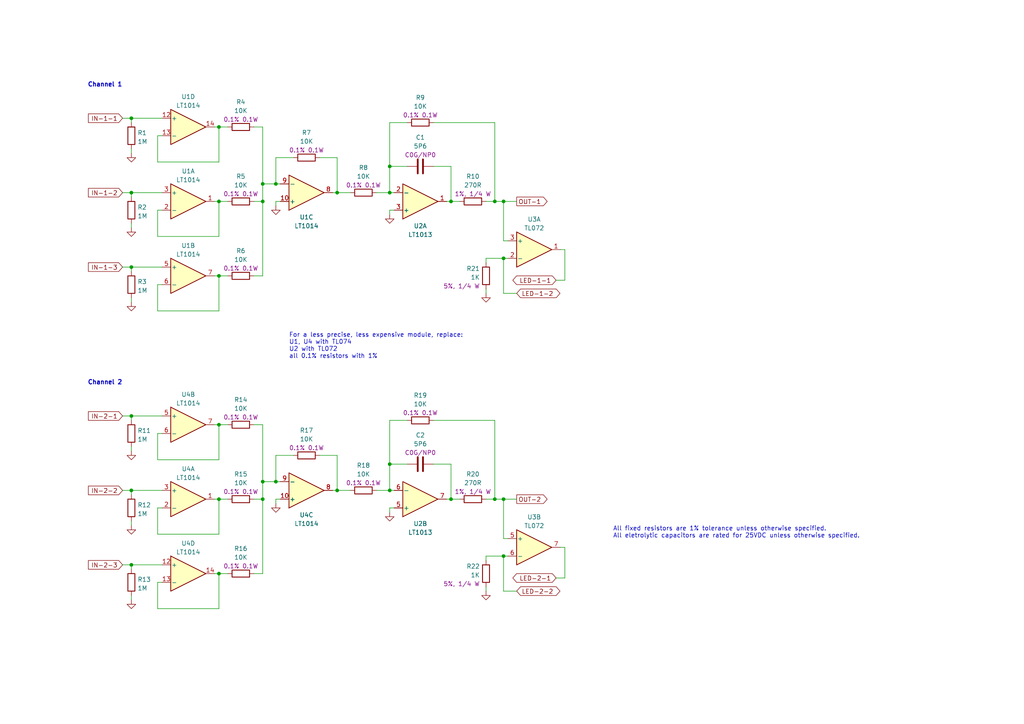
<source format=kicad_sch>
(kicad_sch (version 20211123) (generator eeschema)

  (uuid e63e39d7-6ac0-4ffd-8aa3-1841a4541b55)

  (paper "A4")

  (title_block
    (title "Eurorack Adder / Mixer")
    (date "2022-09-11")
    (rev "1.0")
    (company "Len Popp")
    (comment 1 "Copyright © 2022 Len Popp CC BY")
    (comment 2 "Eurorack precision adder & unity-gain mixer module - 4HP")
  )

  (lib_symbols
    (symbol "-lmp-opamp:LT1013" (pin_names (offset 0.127)) (in_bom yes) (on_board yes)
      (property "Reference" "U" (id 0) (at 0 5.08 0)
        (effects (font (size 1.27 1.27)) (justify left))
      )
      (property "Value" "LT1013" (id 1) (at 0 -5.08 0)
        (effects (font (size 1.27 1.27)) (justify left))
      )
      (property "Footprint" "Package_DIP:DIP-8_W7.62mm" (id 2) (at 0 0 0)
        (effects (font (size 1.27 1.27)) hide)
      )
      (property "Datasheet" "https://www.analog.com/media/en/technical-documentation/data-sheets/LT1013-LT1014.pdf" (id 3) (at 0 0 0)
        (effects (font (size 1.27 1.27)) hide)
      )
      (property "Manufacturer" "Analog Devices" (id 4) (at 0 0 0)
        (effects (font (size 1.27 1.27)) hide)
      )
      (property "ManufacturerPartNum" "LT1013CN8#PBF" (id 5) (at 0 0 0)
        (effects (font (size 1.27 1.27)) hide)
      )
      (property "Distributor" "Digi-Key" (id 6) (at 0 0 0)
        (effects (font (size 1.27 1.27)) hide)
      )
      (property "DistributorPartNum" "505-LT1013CN8#PBF-ND" (id 7) (at 0 0 0)
        (effects (font (size 1.27 1.27)) hide)
      )
      (property "DistributorPartLink" "https://www.digikey.ca/en/products/detail/analog-devices-inc/LT1013CN8-PBF/807743" (id 8) (at 0 0 0)
        (effects (font (size 1.27 1.27)) hide)
      )
      (property "Distributor2" "Mouser" (id 9) (at 0 0 0)
        (effects (font (size 1.27 1.27)) hide)
      )
      (property "DistributorPartNum2" "584-LT1013DN8#PBF" (id 10) (at 0 0 0)
        (effects (font (size 1.27 1.27)) hide)
      )
      (property "DistributorPartLink2" "https://www.mouser.ca/ProductDetail/Analog-Devices/LT1013DN8PBF?qs=ytflclh7QUVt6rxWC80hzg%3D%3D" (id 11) (at 0 0 0)
        (effects (font (size 1.27 1.27)) hide)
      )
      (property "ki_locked" "" (id 12) (at 0 0 0)
        (effects (font (size 1.27 1.27)))
      )
      (property "ki_keywords" "dual opamp" (id 13) (at 0 0 0)
        (effects (font (size 1.27 1.27)) hide)
      )
      (property "ki_description" "Dual Precision Operational Amplifiers, DIP-8/SOIC-8" (id 14) (at 0 0 0)
        (effects (font (size 1.27 1.27)) hide)
      )
      (property "ki_fp_filters" "SOIC*3.9x4.9mm*P1.27mm* DIP*W7.62mm* TO*99* OnSemi*Micro8* TSSOP*3x3mm*P0.65mm* TSSOP*4.4x3mm*P0.65mm* MSOP*3x3mm*P0.65mm* SSOP*3.9x4.9mm*P0.635mm* LFCSP*2x2mm*P0.5mm* *SIP* SOIC*5.3x6.2mm*P1.27mm*" (id 15) (at 0 0 0)
        (effects (font (size 1.27 1.27)) hide)
      )
      (symbol "LT1013_1_1"
        (polyline
          (pts
            (xy -5.08 5.08)
            (xy 5.08 0)
            (xy -5.08 -5.08)
            (xy -5.08 5.08)
          )
          (stroke (width 0.254) (type default) (color 0 0 0 0))
          (fill (type background))
        )
        (pin output line (at 7.62 0 180) (length 2.54)
          (name "~" (effects (font (size 1.27 1.27))))
          (number "1" (effects (font (size 1.27 1.27))))
        )
        (pin input line (at -7.62 -2.54 0) (length 2.54)
          (name "-" (effects (font (size 1.27 1.27))))
          (number "2" (effects (font (size 1.27 1.27))))
        )
        (pin input line (at -7.62 2.54 0) (length 2.54)
          (name "+" (effects (font (size 1.27 1.27))))
          (number "3" (effects (font (size 1.27 1.27))))
        )
      )
      (symbol "LT1013_2_1"
        (polyline
          (pts
            (xy -5.08 5.08)
            (xy 5.08 0)
            (xy -5.08 -5.08)
            (xy -5.08 5.08)
          )
          (stroke (width 0.254) (type default) (color 0 0 0 0))
          (fill (type background))
        )
        (pin input line (at -7.62 2.54 0) (length 2.54)
          (name "+" (effects (font (size 1.27 1.27))))
          (number "5" (effects (font (size 1.27 1.27))))
        )
        (pin input line (at -7.62 -2.54 0) (length 2.54)
          (name "-" (effects (font (size 1.27 1.27))))
          (number "6" (effects (font (size 1.27 1.27))))
        )
        (pin output line (at 7.62 0 180) (length 2.54)
          (name "~" (effects (font (size 1.27 1.27))))
          (number "7" (effects (font (size 1.27 1.27))))
        )
      )
      (symbol "LT1013_3_1"
        (pin power_in line (at -2.54 -7.62 90) (length 3.81)
          (name "V-" (effects (font (size 1.27 1.27))))
          (number "4" (effects (font (size 1.27 1.27))))
        )
        (pin power_in line (at -2.54 7.62 270) (length 3.81)
          (name "V+" (effects (font (size 1.27 1.27))))
          (number "8" (effects (font (size 1.27 1.27))))
        )
      )
    )
    (symbol "-lmp-opamp:LT1014" (pin_names (offset 0.127)) (in_bom yes) (on_board yes)
      (property "Reference" "U" (id 0) (at 0 5.08 0)
        (effects (font (size 1.27 1.27)) (justify left))
      )
      (property "Value" "LT1014" (id 1) (at 0 -5.08 0)
        (effects (font (size 1.27 1.27)) (justify left))
      )
      (property "Footprint" "Package_DIP:DIP-14_W7.62mm" (id 2) (at -1.27 2.54 0)
        (effects (font (size 1.27 1.27)) hide)
      )
      (property "Datasheet" "https://www.analog.com/media/en/technical-documentation/data-sheets/lt1013-lt1014.pdf" (id 3) (at 1.27 5.08 0)
        (effects (font (size 1.27 1.27)) hide)
      )
      (property "Manufacturer" "Analog Devices" (id 4) (at 0 0 0)
        (effects (font (size 1.27 1.27)) hide)
      )
      (property "ManufacturerPartNum" "LT1014DN#PBF" (id 5) (at 0 0 0)
        (effects (font (size 1.27 1.27)) hide)
      )
      (property "Distributor" "Digi-Key" (id 6) (at 0 0 0)
        (effects (font (size 1.27 1.27)) hide)
      )
      (property "DistributorPartNum" "505-LT1014DN#PBF-ND" (id 7) (at 0 0 0)
        (effects (font (size 1.27 1.27)) hide)
      )
      (property "DistributorPartLink" "https://www.digikey.ca/en/products/detail/analog-devices-inc/LT1014DN-PBF/888564" (id 8) (at 0 0 0)
        (effects (font (size 1.27 1.27)) hide)
      )
      (property "ki_locked" "" (id 9) (at 0 0 0)
        (effects (font (size 1.27 1.27)))
      )
      (property "ki_keywords" "quad opamp" (id 10) (at 0 0 0)
        (effects (font (size 1.27 1.27)) hide)
      )
      (property "ki_description" "Quad Precision Operational Amplifiers, DIP-14/SOIC-14" (id 11) (at 0 0 0)
        (effects (font (size 1.27 1.27)) hide)
      )
      (property "ki_fp_filters" "SOIC*3.9x8.7mm*P1.27mm* DIP*W7.62mm* TSSOP*4.4x5mm*P0.65mm* SSOP*5.3x6.2mm*P0.65mm* MSOP*3x3mm*P0.5mm*" (id 12) (at 0 0 0)
        (effects (font (size 1.27 1.27)) hide)
      )
      (symbol "LT1014_1_1"
        (polyline
          (pts
            (xy -5.08 5.08)
            (xy 5.08 0)
            (xy -5.08 -5.08)
            (xy -5.08 5.08)
          )
          (stroke (width 0.254) (type default) (color 0 0 0 0))
          (fill (type background))
        )
        (pin output line (at 7.62 0 180) (length 2.54)
          (name "~" (effects (font (size 1.27 1.27))))
          (number "1" (effects (font (size 1.27 1.27))))
        )
        (pin input line (at -7.62 -2.54 0) (length 2.54)
          (name "-" (effects (font (size 1.27 1.27))))
          (number "2" (effects (font (size 1.27 1.27))))
        )
        (pin input line (at -7.62 2.54 0) (length 2.54)
          (name "+" (effects (font (size 1.27 1.27))))
          (number "3" (effects (font (size 1.27 1.27))))
        )
      )
      (symbol "LT1014_2_1"
        (polyline
          (pts
            (xy -5.08 5.08)
            (xy 5.08 0)
            (xy -5.08 -5.08)
            (xy -5.08 5.08)
          )
          (stroke (width 0.254) (type default) (color 0 0 0 0))
          (fill (type background))
        )
        (pin input line (at -7.62 2.54 0) (length 2.54)
          (name "+" (effects (font (size 1.27 1.27))))
          (number "5" (effects (font (size 1.27 1.27))))
        )
        (pin input line (at -7.62 -2.54 0) (length 2.54)
          (name "-" (effects (font (size 1.27 1.27))))
          (number "6" (effects (font (size 1.27 1.27))))
        )
        (pin output line (at 7.62 0 180) (length 2.54)
          (name "~" (effects (font (size 1.27 1.27))))
          (number "7" (effects (font (size 1.27 1.27))))
        )
      )
      (symbol "LT1014_3_1"
        (polyline
          (pts
            (xy -5.08 5.08)
            (xy 5.08 0)
            (xy -5.08 -5.08)
            (xy -5.08 5.08)
          )
          (stroke (width 0.254) (type default) (color 0 0 0 0))
          (fill (type background))
        )
        (pin input line (at -7.62 2.54 0) (length 2.54)
          (name "+" (effects (font (size 1.27 1.27))))
          (number "10" (effects (font (size 1.27 1.27))))
        )
        (pin output line (at 7.62 0 180) (length 2.54)
          (name "~" (effects (font (size 1.27 1.27))))
          (number "8" (effects (font (size 1.27 1.27))))
        )
        (pin input line (at -7.62 -2.54 0) (length 2.54)
          (name "-" (effects (font (size 1.27 1.27))))
          (number "9" (effects (font (size 1.27 1.27))))
        )
      )
      (symbol "LT1014_4_1"
        (polyline
          (pts
            (xy -5.08 5.08)
            (xy 5.08 0)
            (xy -5.08 -5.08)
            (xy -5.08 5.08)
          )
          (stroke (width 0.254) (type default) (color 0 0 0 0))
          (fill (type background))
        )
        (pin input line (at -7.62 2.54 0) (length 2.54)
          (name "+" (effects (font (size 1.27 1.27))))
          (number "12" (effects (font (size 1.27 1.27))))
        )
        (pin input line (at -7.62 -2.54 0) (length 2.54)
          (name "-" (effects (font (size 1.27 1.27))))
          (number "13" (effects (font (size 1.27 1.27))))
        )
        (pin output line (at 7.62 0 180) (length 2.54)
          (name "~" (effects (font (size 1.27 1.27))))
          (number "14" (effects (font (size 1.27 1.27))))
        )
      )
      (symbol "LT1014_5_1"
        (pin power_in line (at -2.54 -7.62 90) (length 3.81)
          (name "V-" (effects (font (size 1.27 1.27))))
          (number "11" (effects (font (size 1.27 1.27))))
        )
        (pin power_in line (at -2.54 7.62 270) (length 3.81)
          (name "V+" (effects (font (size 1.27 1.27))))
          (number "4" (effects (font (size 1.27 1.27))))
        )
      )
    )
    (symbol "-lmp-opamp:TL072" (pin_names (offset 0.127)) (in_bom yes) (on_board yes)
      (property "Reference" "U" (id 0) (at 0 5.08 0)
        (effects (font (size 1.27 1.27)) (justify left))
      )
      (property "Value" "TL072" (id 1) (at 0 -5.08 0)
        (effects (font (size 1.27 1.27)) (justify left))
      )
      (property "Footprint" "Package_DIP:DIP-8_W7.62mm" (id 2) (at 0 0 0)
        (effects (font (size 1.27 1.27)) hide)
      )
      (property "Datasheet" "https://www.ti.com/lit/ds/symlink/tl072b.pdf?ts=1628812694194" (id 3) (at 0 0 0)
        (effects (font (size 1.27 1.27)) hide)
      )
      (property "Manufacturer" "Texas Instruments" (id 4) (at 0 0 0)
        (effects (font (size 1.27 1.27)) hide)
      )
      (property "ManufacturerPartNum" "TL072BCP" (id 5) (at 0 0 0)
        (effects (font (size 1.27 1.27)) hide)
      )
      (property "Distributor" "Mouser" (id 6) (at 0 0 0)
        (effects (font (size 1.27 1.27)) hide)
      )
      (property "DistributorPartNum" "595-TL072BCP" (id 7) (at 0 0 0)
        (effects (font (size 1.27 1.27)) hide)
      )
      (property "DistributorPartLink" "https://www.mouser.ca/ProductDetail/Texas-Instruments/TL072BCP?qs=p6YqzpSxLIxmo8AyZLsP4g%3D%3D" (id 8) (at 0 0 0)
        (effects (font (size 1.27 1.27)) hide)
      )
      (property "ki_locked" "" (id 9) (at 0 0 0)
        (effects (font (size 1.27 1.27)))
      )
      (property "ki_keywords" "dual opamp" (id 10) (at 0 0 0)
        (effects (font (size 1.27 1.27)) hide)
      )
      (property "ki_description" "Dual Low-Noise JFET-Input Operational Amplifiers, DIP-8/SOIC-8" (id 11) (at 0 0 0)
        (effects (font (size 1.27 1.27)) hide)
      )
      (property "ki_fp_filters" "SOIC*3.9x4.9mm*P1.27mm* DIP*W7.62mm* TO*99* OnSemi*Micro8* TSSOP*3x3mm*P0.65mm* TSSOP*4.4x3mm*P0.65mm* MSOP*3x3mm*P0.65mm* SSOP*3.9x4.9mm*P0.635mm* LFCSP*2x2mm*P0.5mm* *SIP* SOIC*5.3x6.2mm*P1.27mm*" (id 12) (at 0 0 0)
        (effects (font (size 1.27 1.27)) hide)
      )
      (symbol "TL072_1_1"
        (polyline
          (pts
            (xy -5.08 5.08)
            (xy 5.08 0)
            (xy -5.08 -5.08)
            (xy -5.08 5.08)
          )
          (stroke (width 0.254) (type default) (color 0 0 0 0))
          (fill (type background))
        )
        (pin output line (at 7.62 0 180) (length 2.54)
          (name "~" (effects (font (size 1.27 1.27))))
          (number "1" (effects (font (size 1.27 1.27))))
        )
        (pin input line (at -7.62 -2.54 0) (length 2.54)
          (name "-" (effects (font (size 1.27 1.27))))
          (number "2" (effects (font (size 1.27 1.27))))
        )
        (pin input line (at -7.62 2.54 0) (length 2.54)
          (name "+" (effects (font (size 1.27 1.27))))
          (number "3" (effects (font (size 1.27 1.27))))
        )
      )
      (symbol "TL072_2_1"
        (polyline
          (pts
            (xy -5.08 5.08)
            (xy 5.08 0)
            (xy -5.08 -5.08)
            (xy -5.08 5.08)
          )
          (stroke (width 0.254) (type default) (color 0 0 0 0))
          (fill (type background))
        )
        (pin input line (at -7.62 2.54 0) (length 2.54)
          (name "+" (effects (font (size 1.27 1.27))))
          (number "5" (effects (font (size 1.27 1.27))))
        )
        (pin input line (at -7.62 -2.54 0) (length 2.54)
          (name "-" (effects (font (size 1.27 1.27))))
          (number "6" (effects (font (size 1.27 1.27))))
        )
        (pin output line (at 7.62 0 180) (length 2.54)
          (name "~" (effects (font (size 1.27 1.27))))
          (number "7" (effects (font (size 1.27 1.27))))
        )
      )
      (symbol "TL072_3_1"
        (pin power_in line (at -2.54 -7.62 90) (length 3.81)
          (name "V-" (effects (font (size 1.27 1.27))))
          (number "4" (effects (font (size 1.27 1.27))))
        )
        (pin power_in line (at -2.54 7.62 270) (length 3.81)
          (name "V+" (effects (font (size 1.27 1.27))))
          (number "8" (effects (font (size 1.27 1.27))))
        )
      )
    )
    (symbol "-lmp-power:GND" (power) (pin_numbers hide) (pin_names (offset 0) hide) (in_bom yes) (on_board yes)
      (property "Reference" "#PWR" (id 0) (at 0 -6.35 0)
        (effects (font (size 1.27 1.27)) hide)
      )
      (property "Value" "GND" (id 1) (at 0 -3.81 0)
        (effects (font (size 1.27 1.27)) hide)
      )
      (property "Footprint" "" (id 2) (at 0 0 0)
        (effects (font (size 1.27 1.27)) hide)
      )
      (property "Datasheet" "" (id 3) (at 0 0 0)
        (effects (font (size 1.27 1.27)) hide)
      )
      (property "ki_keywords" "power-flag" (id 4) (at 0 0 0)
        (effects (font (size 1.27 1.27)) hide)
      )
      (property "ki_description" "Power symbol creates a global label with name \"GND\" , ground" (id 5) (at 0 0 0)
        (effects (font (size 1.27 1.27)) hide)
      )
      (symbol "GND_0_1"
        (polyline
          (pts
            (xy 0 0)
            (xy 0 -1.27)
            (xy 1.27 -1.27)
            (xy 0 -2.54)
            (xy -1.27 -1.27)
            (xy 0 -1.27)
          )
          (stroke (width 0) (type default) (color 0 0 0 0))
          (fill (type none))
        )
      )
      (symbol "GND_1_1"
        (pin power_in line (at 0 0 270) (length 0) hide
          (name "GND" (effects (font (size 1.27 1.27))))
          (number "1" (effects (font (size 1.27 1.27))))
        )
      )
    )
    (symbol "-lmp-synth:R_100K_Input" (pin_numbers hide) (pin_names (offset 0)) (in_bom yes) (on_board yes)
      (property "Reference" "R" (id 0) (at -2.286 0 90)
        (effects (font (size 1.27 1.27)))
      )
      (property "Value" "R_100K_Input" (id 1) (at 2.413 0 90)
        (effects (font (size 1.27 1.27)))
      )
      (property "Footprint" "-lmp-misc:R_Axial_DIN0207_L6.3mm_D2.5mm_P7.62mm_Horizontal" (id 2) (at -1.778 0 90)
        (effects (font (size 1.27 1.27)) hide)
      )
      (property "Datasheet" "https://www.mouser.ca/datasheet/2/427/cmfmil-1762972.pdf" (id 3) (at 0 0 0)
        (effects (font (size 1.27 1.27)) hide)
      )
      (property "Value2" "0.1%, 0.1 W" (id 4) (at 4.445 0 90)
        (effects (font (size 1.27 1.27)))
      )
      (property "Note" "Input mixing" (id 5) (at -1.905 -1.905 90)
        (effects (font (size 1.27 1.27)) hide)
      )
      (property "Distributor" "Mouser" (id 6) (at -1.905 0 90)
        (effects (font (size 1.27 1.27)) hide)
      )
      (property "Manufacturer" "Vishay / Dale" (id 7) (at 0 0 0)
        (effects (font (size 1.27 1.27)) hide)
      )
      (property "ManufacturerPartNum" "RN55C1003BRE6" (id 8) (at 0 0 0)
        (effects (font (size 1.27 1.27)) hide)
      )
      (property "DistributorPartNum" "71-RN55C-B-100K/R" (id 9) (at 0 0 0)
        (effects (font (size 1.27 1.27)) hide)
      )
      (property "DistributorPartLink" "https://www.mouser.ca/ProductDetail/Vishay-Dale/RN55C1003BRE6?qs=sGAEpiMZZMsPqMdJzcrNws7FjRh4yjnCEY%2FA9CHAEes%3D" (id 10) (at 0 0 0)
        (effects (font (size 1.27 1.27)) hide)
      )
      (property "ki_keywords" "R res resistor" (id 11) (at 0 0 0)
        (effects (font (size 1.27 1.27)) hide)
      )
      (property "ki_description" "Resistor" (id 12) (at 0 0 0)
        (effects (font (size 1.27 1.27)) hide)
      )
      (property "ki_fp_filters" "R_*" (id 13) (at 0 0 0)
        (effects (font (size 1.27 1.27)) hide)
      )
      (symbol "R_100K_Input_0_1"
        (rectangle (start -1.016 -2.54) (end 1.016 2.54)
          (stroke (width 0.254) (type default) (color 0 0 0 0))
          (fill (type none))
        )
      )
      (symbol "R_100K_Input_1_1"
        (pin passive line (at 0 3.81 270) (length 1.27)
          (name "~" (effects (font (size 1.27 1.27))))
          (number "1" (effects (font (size 1.27 1.27))))
        )
        (pin passive line (at 0 -3.81 90) (length 1.27)
          (name "~" (effects (font (size 1.27 1.27))))
          (number "2" (effects (font (size 1.27 1.27))))
        )
      )
    )
    (symbol "-lmp-synth:R_1K_Output" (pin_numbers hide) (pin_names (offset 0)) (in_bom yes) (on_board yes)
      (property "Reference" "R" (id 0) (at -2.286 0 90)
        (effects (font (size 1.27 1.27)))
      )
      (property "Value" "R_1K_Output" (id 1) (at 2.413 0 90)
        (effects (font (size 1.27 1.27)))
      )
      (property "Footprint" "-lmp-misc:R_Axial_DIN0207_L6.3mm_D2.5mm_P10.16mm_Horizontal" (id 2) (at -1.778 0 90)
        (effects (font (size 1.27 1.27)) hide)
      )
      (property "Datasheet" "https://www.mouser.ca/datasheet/2/427/ccf07-1762725.pdf" (id 3) (at 0 0 0)
        (effects (font (size 1.27 1.27)) hide)
      )
      (property "Value2" "5%, 1/4 W" (id 4) (at 4.445 0 90)
        (effects (font (size 1.27 1.27)))
      )
      (property "Note" "Output limiting" (id 5) (at -1.905 -1.905 90)
        (effects (font (size 1.27 1.27)) hide)
      )
      (property "Manufacturer" "Vishay / Dale" (id 6) (at 0 0 0)
        (effects (font (size 1.27 1.27)) hide)
      )
      (property "ManufacturerPartNum" "CCF071K00JKE36" (id 7) (at 0 0 0)
        (effects (font (size 1.27 1.27)) hide)
      )
      (property "Distributor" "Mouser" (id 8) (at -1.905 0 90)
        (effects (font (size 1.27 1.27)) hide)
      )
      (property "DistributorPartNum" "71-CCF071K00JKE36" (id 9) (at 0 0 0)
        (effects (font (size 1.27 1.27)) hide)
      )
      (property "DistributorPartLink" "https://www.mouser.ca/ProductDetail/Vishay-Dale/CCF071K00JKE36?qs=sGAEpiMZZMsPqMdJzcrNwqw41JD0NFylHV1MADcQnpo%3D" (id 10) (at 0 0 0)
        (effects (font (size 1.27 1.27)) hide)
      )
      (property "ki_keywords" "R res resistor" (id 11) (at 0 0 0)
        (effects (font (size 1.27 1.27)) hide)
      )
      (property "ki_description" "Resistor" (id 12) (at 0 0 0)
        (effects (font (size 1.27 1.27)) hide)
      )
      (property "ki_fp_filters" "R_*" (id 13) (at 0 0 0)
        (effects (font (size 1.27 1.27)) hide)
      )
      (symbol "R_1K_Output_0_1"
        (rectangle (start -1.016 -2.54) (end 1.016 2.54)
          (stroke (width 0.254) (type default) (color 0 0 0 0))
          (fill (type none))
        )
      )
      (symbol "R_1K_Output_1_1"
        (pin passive line (at 0 3.81 270) (length 1.27)
          (name "~" (effects (font (size 1.27 1.27))))
          (number "1" (effects (font (size 1.27 1.27))))
        )
        (pin passive line (at 0 -3.81 90) (length 1.27)
          (name "~" (effects (font (size 1.27 1.27))))
          (number "2" (effects (font (size 1.27 1.27))))
        )
      )
    )
    (symbol "-lmp-synth:R_51R_Output" (pin_numbers hide) (pin_names (offset 0)) (in_bom yes) (on_board yes)
      (property "Reference" "R" (id 0) (at -2.286 0 90)
        (effects (font (size 1.27 1.27)))
      )
      (property "Value" "R_51R_Output" (id 1) (at 2.413 0 90)
        (effects (font (size 1.27 1.27)))
      )
      (property "Footprint" "-lmp-misc:R_Axial_DIN0207_L6.3mm_D2.5mm_P10.16mm_Horizontal" (id 2) (at -1.778 0 90)
        (effects (font (size 1.27 1.27)) hide)
      )
      (property "Datasheet" "https://www.mouser.ca/datasheet/2/447/Yageo_LR_MFR_1-1714151.pdf" (id 3) (at 0 0 0)
        (effects (font (size 1.27 1.27)) hide)
      )
      (property "Value2" "1%, 1/4 W" (id 4) (at 4.445 0 90)
        (effects (font (size 1.27 1.27)))
      )
      (property "Note" "Output limiting" (id 5) (at -1.905 -1.905 90)
        (effects (font (size 1.27 1.27)) hide)
      )
      (property "Manufacturer" "YAGEO" (id 6) (at 0 0 0)
        (effects (font (size 1.27 1.27)) hide)
      )
      (property "ManufacturerPartNum" "MFR-25FBF52-51R" (id 7) (at 0 0 0)
        (effects (font (size 1.27 1.27)) hide)
      )
      (property "Distributor" "Mouser" (id 8) (at -1.905 0 90)
        (effects (font (size 1.27 1.27)) hide)
      )
      (property "DistributorPartNum" "603-MFR-25FBF52-51R" (id 9) (at 0 0 0)
        (effects (font (size 1.27 1.27)) hide)
      )
      (property "DistributorPartLink" "https://www.mouser.ca/ProductDetail/?qs=oAGoVhmvjhzVx2bdEH1TLQ%3D%3D" (id 10) (at 0 0 0)
        (effects (font (size 1.27 1.27)) hide)
      )
      (property "ki_keywords" "R res resistor" (id 11) (at 0 0 0)
        (effects (font (size 1.27 1.27)) hide)
      )
      (property "ki_description" "Resistor" (id 12) (at 0 0 0)
        (effects (font (size 1.27 1.27)) hide)
      )
      (property "ki_fp_filters" "R_*" (id 13) (at 0 0 0)
        (effects (font (size 1.27 1.27)) hide)
      )
      (symbol "R_51R_Output_0_1"
        (rectangle (start -1.016 -2.54) (end 1.016 2.54)
          (stroke (width 0.254) (type default) (color 0 0 0 0))
          (fill (type none))
        )
      )
      (symbol "R_51R_Output_1_1"
        (pin passive line (at 0 3.81 270) (length 1.27)
          (name "~" (effects (font (size 1.27 1.27))))
          (number "1" (effects (font (size 1.27 1.27))))
        )
        (pin passive line (at 0 -3.81 90) (length 1.27)
          (name "~" (effects (font (size 1.27 1.27))))
          (number "2" (effects (font (size 1.27 1.27))))
        )
      )
    )
    (symbol "-lmp:CC" (pin_numbers hide) (pin_names (offset 0.254)) (in_bom yes) (on_board yes)
      (property "Reference" "C" (id 0) (at 0.635 2.54 0)
        (effects (font (size 1.27 1.27)) (justify left))
      )
      (property "Value" "CC" (id 1) (at 0.635 -2.54 0)
        (effects (font (size 1.27 1.27)) (justify left))
      )
      (property "Footprint" "" (id 2) (at 0.9652 -3.81 0)
        (effects (font (size 1.27 1.27)) hide)
      )
      (property "Datasheet" "~" (id 3) (at 0 0 0)
        (effects (font (size 1.27 1.27)) hide)
      )
      (property "ki_keywords" "cap capacitor ceramic" (id 4) (at 0 0 0)
        (effects (font (size 1.27 1.27)) hide)
      )
      (property "ki_description" "Capacitor - Ceramic" (id 5) (at 0 0 0)
        (effects (font (size 1.27 1.27)) hide)
      )
      (property "ki_fp_filters" "C_*" (id 6) (at 0 0 0)
        (effects (font (size 1.27 1.27)) hide)
      )
      (symbol "CC_0_1"
        (polyline
          (pts
            (xy -2.032 -0.762)
            (xy 2.032 -0.762)
          )
          (stroke (width 0.508) (type default) (color 0 0 0 0))
          (fill (type none))
        )
        (polyline
          (pts
            (xy -2.032 0.762)
            (xy 2.032 0.762)
          )
          (stroke (width 0.508) (type default) (color 0 0 0 0))
          (fill (type none))
        )
      )
      (symbol "CC_1_1"
        (pin passive line (at 0 3.81 270) (length 2.794)
          (name "~" (effects (font (size 1.27 1.27))))
          (number "1" (effects (font (size 1.27 1.27))))
        )
        (pin passive line (at 0 -3.81 90) (length 2.794)
          (name "~" (effects (font (size 1.27 1.27))))
          (number "2" (effects (font (size 1.27 1.27))))
        )
      )
    )
    (symbol "-lmp:R_1%_0W166" (pin_numbers hide) (pin_names (offset 0)) (in_bom yes) (on_board yes)
      (property "Reference" "R" (id 0) (at -2.286 0 90)
        (effects (font (size 1.27 1.27)))
      )
      (property "Value" "R_1%_0W166" (id 1) (at 2.413 0 90)
        (effects (font (size 1.27 1.27)))
      )
      (property "Footprint" "-lmp-misc:R_Axial_DIN0207_L6.3mm_D2.5mm_P7.62mm_Horizontal" (id 2) (at -1.778 0 90)
        (effects (font (size 1.27 1.27)) hide)
      )
      (property "Datasheet" "https://www.mouser.ca/datasheet/2/447/Yageo_LR_MFR_1-1714151.pdf" (id 3) (at 0 0 0)
        (effects (font (size 1.27 1.27)) hide)
      )
      (property "Manufacturer" "YAGEO" (id 4) (at 0 0 0)
        (effects (font (size 1.27 1.27)) hide)
      )
      (property "ManufacturerPartNum" "MFR-12*" (id 5) (at 0 0 0)
        (effects (font (size 1.27 1.27)) hide)
      )
      (property "Distributor" "Mouser" (id 6) (at 0 0 0)
        (effects (font (size 1.27 1.27)) hide)
      )
      (property "DistributorPartNum" "603-MFR-12*" (id 7) (at 0 0 0)
        (effects (font (size 1.27 1.27)) hide)
      )
      (property "DistributorPartLink" "https://www.mouser.ca/c/?m=YAGEO&power+rating=166+mW+(1%2f6+W)&tolerance=1+%25&instock=y" (id 8) (at 0 0 0)
        (effects (font (size 1.27 1.27)) hide)
      )
      (property "Value2" "1%, 1/6 W" (id 9) (at 4.953 0 90)
        (effects (font (size 1.27 1.27)) hide)
      )
      (property "ki_keywords" "R res resistor" (id 10) (at 0 0 0)
        (effects (font (size 1.27 1.27)) hide)
      )
      (property "ki_description" "Resistor" (id 11) (at 0 0 0)
        (effects (font (size 1.27 1.27)) hide)
      )
      (property "ki_fp_filters" "R_*" (id 12) (at 0 0 0)
        (effects (font (size 1.27 1.27)) hide)
      )
      (symbol "R_1%_0W166_0_1"
        (rectangle (start -1.016 -2.54) (end 1.016 2.54)
          (stroke (width 0.254) (type default) (color 0 0 0 0))
          (fill (type none))
        )
      )
      (symbol "R_1%_0W166_1_1"
        (pin passive line (at 0 3.81 270) (length 1.27)
          (name "~" (effects (font (size 1.27 1.27))))
          (number "1" (effects (font (size 1.27 1.27))))
        )
        (pin passive line (at 0 -3.81 90) (length 1.27)
          (name "~" (effects (font (size 1.27 1.27))))
          (number "2" (effects (font (size 1.27 1.27))))
        )
      )
    )
  )

  (junction (at 76.2 144.78) (diameter 0) (color 0 0 0 0)
    (uuid 146daf2e-5a4e-48d7-926c-d6ccd89b835a)
  )
  (junction (at 146.05 144.78) (diameter 0) (color 0 0 0 0)
    (uuid 1a63d11f-2742-49da-8a32-a5652e2e593c)
  )
  (junction (at 38.1 77.47) (diameter 0) (color 0 0 0 0)
    (uuid 1a728c24-f1a7-4d8c-838a-46f2c5d1ad9b)
  )
  (junction (at 146.05 58.42) (diameter 0) (color 0 0 0 0)
    (uuid 1c9530fa-17b2-4b4c-97e6-01fa67de10a6)
  )
  (junction (at 143.51 58.42) (diameter 0) (color 0 0 0 0)
    (uuid 3f507b05-c42b-4f0c-94e9-b3ff5257be03)
  )
  (junction (at 63.5 144.78) (diameter 0) (color 0 0 0 0)
    (uuid 44c5b0c9-1956-4b13-95f3-83452b145973)
  )
  (junction (at 38.1 34.29) (diameter 0) (color 0 0 0 0)
    (uuid 5167ff27-74c8-4a7a-95c7-2c4032b07085)
  )
  (junction (at 113.03 48.26) (diameter 0) (color 0 0 0 0)
    (uuid 523524d1-8095-4251-b614-9c6730d40c48)
  )
  (junction (at 113.03 142.24) (diameter 0) (color 0 0 0 0)
    (uuid 5f4c786d-c646-41ca-9462-1038b56be6c6)
  )
  (junction (at 130.81 144.78) (diameter 0) (color 0 0 0 0)
    (uuid 687e9f15-cc50-4763-83bc-cc9466d7f650)
  )
  (junction (at 76.2 53.34) (diameter 0) (color 0 0 0 0)
    (uuid 72f08968-ccb7-4b11-8b74-37e05969d40e)
  )
  (junction (at 130.81 58.42) (diameter 0) (color 0 0 0 0)
    (uuid 7538eb98-5574-4b1a-ae8c-ab147655df57)
  )
  (junction (at 63.5 123.19) (diameter 0) (color 0 0 0 0)
    (uuid 77aebf15-1dda-45e1-a65d-35f6572ebc81)
  )
  (junction (at 97.79 55.88) (diameter 0) (color 0 0 0 0)
    (uuid 77f612ea-0eda-4062-8de1-915c564eb59a)
  )
  (junction (at 38.1 142.24) (diameter 0) (color 0 0 0 0)
    (uuid 843f7161-c04d-47af-9528-8fbe295bda7b)
  )
  (junction (at 76.2 58.42) (diameter 0) (color 0 0 0 0)
    (uuid 86750a4b-0b37-4614-8b60-6741c2b976ce)
  )
  (junction (at 76.2 139.7) (diameter 0) (color 0 0 0 0)
    (uuid 8e3bdfff-9d8b-4a18-a11d-b5c823b0074b)
  )
  (junction (at 146.05 161.29) (diameter 0) (color 0 0 0 0)
    (uuid 8ebb2872-f3dd-4994-b00e-64ebea8edce6)
  )
  (junction (at 38.1 120.65) (diameter 0) (color 0 0 0 0)
    (uuid a5eaf5ad-e8c9-4dd3-a8fb-bd798dd9ecee)
  )
  (junction (at 80.01 53.34) (diameter 0) (color 0 0 0 0)
    (uuid a6d5c037-b5cf-456c-8e22-978bb643e7bb)
  )
  (junction (at 80.01 139.7) (diameter 0) (color 0 0 0 0)
    (uuid add28d84-c0ad-4963-a9a3-e77584a6eb01)
  )
  (junction (at 97.79 142.24) (diameter 0) (color 0 0 0 0)
    (uuid b7db359c-4343-440e-807d-c6e3a921fd9d)
  )
  (junction (at 63.5 80.01) (diameter 0) (color 0 0 0 0)
    (uuid bf75c8ff-955f-44e5-b08d-63d62135be16)
  )
  (junction (at 113.03 134.62) (diameter 0) (color 0 0 0 0)
    (uuid c4c59f94-ecfc-4c95-aebf-7f91dee660fc)
  )
  (junction (at 113.03 55.88) (diameter 0) (color 0 0 0 0)
    (uuid caa4b187-51fa-4aa2-8471-301c7adb4757)
  )
  (junction (at 146.05 74.93) (diameter 0) (color 0 0 0 0)
    (uuid d182ca30-1ff0-4666-b09e-ebc66c740ca6)
  )
  (junction (at 38.1 163.83) (diameter 0) (color 0 0 0 0)
    (uuid d5be2e54-8c0f-4b67-9df6-fe3e14606273)
  )
  (junction (at 38.1 55.88) (diameter 0) (color 0 0 0 0)
    (uuid d6849a6a-c353-466a-aeed-ad0929f88b96)
  )
  (junction (at 63.5 36.83) (diameter 0) (color 0 0 0 0)
    (uuid e29001db-62ae-4572-a0f3-77a6b1116684)
  )
  (junction (at 63.5 166.37) (diameter 0) (color 0 0 0 0)
    (uuid e6802adc-68a8-4f32-a7e6-4e0b4e6ffecd)
  )
  (junction (at 63.5 58.42) (diameter 0) (color 0 0 0 0)
    (uuid f2f89c25-5d3d-4a59-ab8c-380851ad5b76)
  )
  (junction (at 143.51 144.78) (diameter 0) (color 0 0 0 0)
    (uuid f52c1682-6cf2-4f44-9e75-710c38aee69f)
  )

  (wire (pts (xy 130.81 134.62) (xy 130.81 144.78))
    (stroke (width 0) (type default) (color 0 0 0 0))
    (uuid 02dee8d5-36c2-4c6f-aa35-d7649b083bd6)
  )
  (wire (pts (xy 62.23 166.37) (xy 63.5 166.37))
    (stroke (width 0) (type default) (color 0 0 0 0))
    (uuid 04b91d48-9064-494b-846b-ccde02c09433)
  )
  (wire (pts (xy 113.03 48.26) (xy 118.11 48.26))
    (stroke (width 0) (type default) (color 0 0 0 0))
    (uuid 074bc455-af59-4658-a26a-606530ca0c1a)
  )
  (wire (pts (xy 63.5 80.01) (xy 66.04 80.01))
    (stroke (width 0) (type default) (color 0 0 0 0))
    (uuid 095c2574-28d8-45bc-ba60-f483144c070f)
  )
  (wire (pts (xy 97.79 45.72) (xy 92.71 45.72))
    (stroke (width 0) (type default) (color 0 0 0 0))
    (uuid 0a44448a-1a41-488b-9d7e-1fb6dffec73c)
  )
  (wire (pts (xy 146.05 58.42) (xy 146.05 69.85))
    (stroke (width 0) (type default) (color 0 0 0 0))
    (uuid 0a7b6817-9ecd-438a-a9f6-570f8b4298e5)
  )
  (wire (pts (xy 63.5 144.78) (xy 66.04 144.78))
    (stroke (width 0) (type default) (color 0 0 0 0))
    (uuid 0b99e9d9-d483-49a1-8ef4-edc10cba5862)
  )
  (wire (pts (xy 38.1 163.83) (xy 38.1 165.1))
    (stroke (width 0) (type default) (color 0 0 0 0))
    (uuid 0ccae447-8f89-41c0-927c-2a6b9d1636ec)
  )
  (wire (pts (xy 76.2 123.19) (xy 76.2 139.7))
    (stroke (width 0) (type default) (color 0 0 0 0))
    (uuid 10dd5d20-babb-42b5-9a77-35dd33ee191b)
  )
  (wire (pts (xy 143.51 144.78) (xy 146.05 144.78))
    (stroke (width 0) (type default) (color 0 0 0 0))
    (uuid 129d587c-0944-4fbc-a7c2-6c81f696ec04)
  )
  (wire (pts (xy 130.81 144.78) (xy 129.54 144.78))
    (stroke (width 0) (type default) (color 0 0 0 0))
    (uuid 1350defa-0596-4ad8-afb8-bb8f26fd9283)
  )
  (wire (pts (xy 45.72 68.58) (xy 45.72 60.96))
    (stroke (width 0) (type default) (color 0 0 0 0))
    (uuid 15011ef7-6f4f-4a83-91fc-de8cad0f3702)
  )
  (wire (pts (xy 140.97 144.78) (xy 143.51 144.78))
    (stroke (width 0) (type default) (color 0 0 0 0))
    (uuid 152e09d3-0147-46dd-839c-35b6d772eabf)
  )
  (wire (pts (xy 146.05 58.42) (xy 149.86 58.42))
    (stroke (width 0) (type default) (color 0 0 0 0))
    (uuid 1604fae4-bb7e-4bfc-9105-84bcb6173774)
  )
  (wire (pts (xy 38.1 86.36) (xy 38.1 87.63))
    (stroke (width 0) (type default) (color 0 0 0 0))
    (uuid 1af99db3-400e-455d-a3b1-57888625482f)
  )
  (wire (pts (xy 63.5 166.37) (xy 66.04 166.37))
    (stroke (width 0) (type default) (color 0 0 0 0))
    (uuid 1f2a7fc8-e0e4-4ded-8e43-723931507c6c)
  )
  (wire (pts (xy 63.5 176.53) (xy 45.72 176.53))
    (stroke (width 0) (type default) (color 0 0 0 0))
    (uuid 1f45aad6-5b27-4828-bc07-f9c5e7a3b65d)
  )
  (wire (pts (xy 63.5 68.58) (xy 45.72 68.58))
    (stroke (width 0) (type default) (color 0 0 0 0))
    (uuid 2040ff6b-893b-4b2b-860f-bec5b25a7e39)
  )
  (wire (pts (xy 35.56 120.65) (xy 38.1 120.65))
    (stroke (width 0) (type default) (color 0 0 0 0))
    (uuid 21ddb37e-45e0-4574-8c2a-2a65bdbb04f6)
  )
  (wire (pts (xy 118.11 35.56) (xy 113.03 35.56))
    (stroke (width 0) (type default) (color 0 0 0 0))
    (uuid 226dd5fa-a057-4f41-9357-8f25cad5951c)
  )
  (wire (pts (xy 125.73 48.26) (xy 130.81 48.26))
    (stroke (width 0) (type default) (color 0 0 0 0))
    (uuid 22a1113c-f7a5-4c81-ae74-0fda680dc88d)
  )
  (wire (pts (xy 76.2 139.7) (xy 80.01 139.7))
    (stroke (width 0) (type default) (color 0 0 0 0))
    (uuid 235d5eaf-7c00-41dd-9ec3-af0b0f2ca03b)
  )
  (wire (pts (xy 143.51 121.92) (xy 125.73 121.92))
    (stroke (width 0) (type default) (color 0 0 0 0))
    (uuid 23d7ee50-ce3e-4699-90df-b787fd257f82)
  )
  (wire (pts (xy 163.83 167.64) (xy 161.29 167.64))
    (stroke (width 0) (type default) (color 0 0 0 0))
    (uuid 247465df-a3d3-4cda-981c-af066512e0e2)
  )
  (wire (pts (xy 146.05 85.09) (xy 146.05 74.93))
    (stroke (width 0) (type default) (color 0 0 0 0))
    (uuid 27ec527b-94a9-42c7-bd67-0fe13e094bc7)
  )
  (wire (pts (xy 130.81 58.42) (xy 133.35 58.42))
    (stroke (width 0) (type default) (color 0 0 0 0))
    (uuid 27fb02bd-a4d4-4d8f-b80c-ac8eb783b0d0)
  )
  (wire (pts (xy 143.51 35.56) (xy 125.73 35.56))
    (stroke (width 0) (type default) (color 0 0 0 0))
    (uuid 2801fe91-83bb-4e90-82e2-7f97d28ac13e)
  )
  (wire (pts (xy 125.73 134.62) (xy 130.81 134.62))
    (stroke (width 0) (type default) (color 0 0 0 0))
    (uuid 28a9dff3-8b89-45e0-8b54-2af9c1eed664)
  )
  (wire (pts (xy 80.01 59.69) (xy 80.01 58.42))
    (stroke (width 0) (type default) (color 0 0 0 0))
    (uuid 2b5403df-975e-4768-a5a3-90a9ef16c5be)
  )
  (wire (pts (xy 163.83 81.28) (xy 161.29 81.28))
    (stroke (width 0) (type default) (color 0 0 0 0))
    (uuid 2bacdef2-9626-41d0-b373-a7e8849b7d4b)
  )
  (wire (pts (xy 38.1 172.72) (xy 38.1 173.99))
    (stroke (width 0) (type default) (color 0 0 0 0))
    (uuid 2fefcc3a-18d3-4603-ac9f-07e65a8b2cb9)
  )
  (wire (pts (xy 38.1 163.83) (xy 46.99 163.83))
    (stroke (width 0) (type default) (color 0 0 0 0))
    (uuid 3179d315-6566-43f2-b824-48d0d015c672)
  )
  (wire (pts (xy 162.56 72.39) (xy 163.83 72.39))
    (stroke (width 0) (type default) (color 0 0 0 0))
    (uuid 322a03a0-e011-4268-a5ff-0894eca765f2)
  )
  (wire (pts (xy 149.86 85.09) (xy 146.05 85.09))
    (stroke (width 0) (type default) (color 0 0 0 0))
    (uuid 32d2b124-25f6-43c4-92ed-c340ed9a515b)
  )
  (wire (pts (xy 73.66 123.19) (xy 76.2 123.19))
    (stroke (width 0) (type default) (color 0 0 0 0))
    (uuid 32def135-f823-494d-8931-3c3504b478b5)
  )
  (wire (pts (xy 45.72 168.91) (xy 46.99 168.91))
    (stroke (width 0) (type default) (color 0 0 0 0))
    (uuid 335ff0cd-e8de-48ad-8c79-9831902aedec)
  )
  (wire (pts (xy 63.5 80.01) (xy 63.5 90.17))
    (stroke (width 0) (type default) (color 0 0 0 0))
    (uuid 339592d1-b2d6-424d-a465-d62b7f31c66d)
  )
  (wire (pts (xy 140.97 161.29) (xy 146.05 161.29))
    (stroke (width 0) (type default) (color 0 0 0 0))
    (uuid 34ee030c-b8a8-4318-ad74-0892fa286ab9)
  )
  (wire (pts (xy 63.5 58.42) (xy 66.04 58.42))
    (stroke (width 0) (type default) (color 0 0 0 0))
    (uuid 38f9b4f2-6721-43b2-a440-f4d8356482dc)
  )
  (wire (pts (xy 38.1 64.77) (xy 38.1 66.04))
    (stroke (width 0) (type default) (color 0 0 0 0))
    (uuid 397082ef-0ba0-4c7b-9f4b-be4bbd8b384b)
  )
  (wire (pts (xy 63.5 90.17) (xy 45.72 90.17))
    (stroke (width 0) (type default) (color 0 0 0 0))
    (uuid 3987fe69-a6ec-48ca-b501-6880a8bfc7dd)
  )
  (wire (pts (xy 80.01 146.05) (xy 80.01 144.78))
    (stroke (width 0) (type default) (color 0 0 0 0))
    (uuid 3a4c6dad-ac6b-458e-907c-323be2e62ff2)
  )
  (wire (pts (xy 63.5 144.78) (xy 63.5 154.94))
    (stroke (width 0) (type default) (color 0 0 0 0))
    (uuid 3a6fd652-9d55-4dbe-8ab3-6badfb33b64a)
  )
  (wire (pts (xy 130.81 144.78) (xy 133.35 144.78))
    (stroke (width 0) (type default) (color 0 0 0 0))
    (uuid 3d66b614-bf34-4ae1-88f3-f9657f504c04)
  )
  (wire (pts (xy 80.01 53.34) (xy 76.2 53.34))
    (stroke (width 0) (type default) (color 0 0 0 0))
    (uuid 3f12f007-e85d-4730-9eaa-2a13e0391f4a)
  )
  (wire (pts (xy 76.2 139.7) (xy 76.2 144.78))
    (stroke (width 0) (type default) (color 0 0 0 0))
    (uuid 3f473045-2932-498b-9af2-0af7e00a9823)
  )
  (wire (pts (xy 63.5 46.99) (xy 45.72 46.99))
    (stroke (width 0) (type default) (color 0 0 0 0))
    (uuid 4367e70e-8df4-4564-9c0c-2b3cfa826ddb)
  )
  (wire (pts (xy 62.23 144.78) (xy 63.5 144.78))
    (stroke (width 0) (type default) (color 0 0 0 0))
    (uuid 4536430b-6bf8-410f-9786-4cd39e11fe63)
  )
  (wire (pts (xy 80.01 132.08) (xy 80.01 139.7))
    (stroke (width 0) (type default) (color 0 0 0 0))
    (uuid 45bf43b6-ceda-47ac-aa8a-0be9c9cfd531)
  )
  (wire (pts (xy 38.1 34.29) (xy 46.99 34.29))
    (stroke (width 0) (type default) (color 0 0 0 0))
    (uuid 469950ca-d0a0-4280-9df6-402b81264034)
  )
  (wire (pts (xy 130.81 58.42) (xy 129.54 58.42))
    (stroke (width 0) (type default) (color 0 0 0 0))
    (uuid 47607b9e-88f9-473b-aab4-0c0a47212b37)
  )
  (wire (pts (xy 80.01 45.72) (xy 80.01 53.34))
    (stroke (width 0) (type default) (color 0 0 0 0))
    (uuid 4a14c15c-493a-4ef8-8032-36d4d8b81bcf)
  )
  (wire (pts (xy 45.72 176.53) (xy 45.72 168.91))
    (stroke (width 0) (type default) (color 0 0 0 0))
    (uuid 4a4ec4f3-8215-415b-8923-a97255140ed4)
  )
  (wire (pts (xy 35.56 34.29) (xy 38.1 34.29))
    (stroke (width 0) (type default) (color 0 0 0 0))
    (uuid 4b197c83-690c-4757-bb2d-7b503e10f381)
  )
  (wire (pts (xy 38.1 151.13) (xy 38.1 152.4))
    (stroke (width 0) (type default) (color 0 0 0 0))
    (uuid 4ced3a48-ce17-42dc-aefa-f9dba4d8d001)
  )
  (wire (pts (xy 73.66 36.83) (xy 76.2 36.83))
    (stroke (width 0) (type default) (color 0 0 0 0))
    (uuid 4d992e3d-379a-4236-a27e-d53993d7b7c8)
  )
  (wire (pts (xy 38.1 120.65) (xy 38.1 121.92))
    (stroke (width 0) (type default) (color 0 0 0 0))
    (uuid 4fc1dd66-1668-46be-8558-b7a2edaa95ce)
  )
  (wire (pts (xy 45.72 125.73) (xy 46.99 125.73))
    (stroke (width 0) (type default) (color 0 0 0 0))
    (uuid 515dcd27-5b68-4c05-a761-0421f3ba7771)
  )
  (wire (pts (xy 146.05 171.45) (xy 146.05 161.29))
    (stroke (width 0) (type default) (color 0 0 0 0))
    (uuid 517e1f43-f59e-46b1-9026-1d5161df5a1e)
  )
  (wire (pts (xy 97.79 55.88) (xy 97.79 45.72))
    (stroke (width 0) (type default) (color 0 0 0 0))
    (uuid 533ecf6b-ee4f-4e42-9dc1-73eca7886182)
  )
  (wire (pts (xy 63.5 123.19) (xy 66.04 123.19))
    (stroke (width 0) (type default) (color 0 0 0 0))
    (uuid 53573050-66af-4401-827e-969e3b14b963)
  )
  (wire (pts (xy 38.1 77.47) (xy 38.1 78.74))
    (stroke (width 0) (type default) (color 0 0 0 0))
    (uuid 537cf93c-8277-441a-a2d7-e83e23d72751)
  )
  (wire (pts (xy 140.97 58.42) (xy 143.51 58.42))
    (stroke (width 0) (type default) (color 0 0 0 0))
    (uuid 53906fe3-d89c-4a43-a303-dd8dd65a66ce)
  )
  (wire (pts (xy 76.2 58.42) (xy 76.2 80.01))
    (stroke (width 0) (type default) (color 0 0 0 0))
    (uuid 550e3b28-bd9e-4fc3-b915-d148b08d0321)
  )
  (wire (pts (xy 73.66 166.37) (xy 76.2 166.37))
    (stroke (width 0) (type default) (color 0 0 0 0))
    (uuid 560c5353-1a05-432c-b99e-04de0db36e8a)
  )
  (wire (pts (xy 76.2 144.78) (xy 76.2 166.37))
    (stroke (width 0) (type default) (color 0 0 0 0))
    (uuid 587c147d-1f6f-4365-8f3b-98091a3ea1a0)
  )
  (wire (pts (xy 45.72 90.17) (xy 45.72 82.55))
    (stroke (width 0) (type default) (color 0 0 0 0))
    (uuid 5aee7284-3c54-4008-badf-8b5f3fc98671)
  )
  (wire (pts (xy 113.03 147.32) (xy 113.03 148.59))
    (stroke (width 0) (type default) (color 0 0 0 0))
    (uuid 6069606d-d827-465b-a557-66a6349b62aa)
  )
  (wire (pts (xy 38.1 129.54) (xy 38.1 130.81))
    (stroke (width 0) (type default) (color 0 0 0 0))
    (uuid 608d59ce-5086-45f6-872d-d97c700252a7)
  )
  (wire (pts (xy 97.79 132.08) (xy 97.79 142.24))
    (stroke (width 0) (type default) (color 0 0 0 0))
    (uuid 61c17a5a-a3f5-4b56-a09a-5f445bccc7ab)
  )
  (wire (pts (xy 80.01 53.34) (xy 81.28 53.34))
    (stroke (width 0) (type default) (color 0 0 0 0))
    (uuid 67aaae1e-a1c9-4416-87fd-9f198b57cc26)
  )
  (wire (pts (xy 147.32 69.85) (xy 146.05 69.85))
    (stroke (width 0) (type default) (color 0 0 0 0))
    (uuid 67e9a931-1734-4977-8fd9-ac6b86d3be4c)
  )
  (wire (pts (xy 113.03 142.24) (xy 114.3 142.24))
    (stroke (width 0) (type default) (color 0 0 0 0))
    (uuid 68643903-a74e-4fd7-a520-d1e423974378)
  )
  (wire (pts (xy 76.2 36.83) (xy 76.2 53.34))
    (stroke (width 0) (type default) (color 0 0 0 0))
    (uuid 6aa22d7a-5754-4534-bd21-666af55a69d8)
  )
  (wire (pts (xy 146.05 144.78) (xy 149.86 144.78))
    (stroke (width 0) (type default) (color 0 0 0 0))
    (uuid 6ad837bc-1246-4e98-aa19-c1a5cf60faaf)
  )
  (wire (pts (xy 63.5 36.83) (xy 66.04 36.83))
    (stroke (width 0) (type default) (color 0 0 0 0))
    (uuid 6f4f6c1b-e618-47f1-aea6-9a87844c456f)
  )
  (wire (pts (xy 63.5 36.83) (xy 63.5 46.99))
    (stroke (width 0) (type default) (color 0 0 0 0))
    (uuid 6fa8f916-d9b1-4c79-aabe-5689e2ec08cc)
  )
  (wire (pts (xy 35.56 77.47) (xy 38.1 77.47))
    (stroke (width 0) (type default) (color 0 0 0 0))
    (uuid 73f5237c-b4fb-429b-ace3-738a626fee44)
  )
  (wire (pts (xy 38.1 142.24) (xy 46.99 142.24))
    (stroke (width 0) (type default) (color 0 0 0 0))
    (uuid 7761700b-73c3-4610-8c1e-ceefe39ad54a)
  )
  (wire (pts (xy 146.05 161.29) (xy 147.32 161.29))
    (stroke (width 0) (type default) (color 0 0 0 0))
    (uuid 777fe8c2-fa5c-4b20-b588-b1a0b41a7f14)
  )
  (wire (pts (xy 146.05 74.93) (xy 147.32 74.93))
    (stroke (width 0) (type default) (color 0 0 0 0))
    (uuid 7816a115-91a7-4513-a6db-1447aa2607d5)
  )
  (wire (pts (xy 73.66 80.01) (xy 76.2 80.01))
    (stroke (width 0) (type default) (color 0 0 0 0))
    (uuid 7830f7e5-85cd-400d-be47-b4a6bcc6501f)
  )
  (wire (pts (xy 113.03 121.92) (xy 113.03 134.62))
    (stroke (width 0) (type default) (color 0 0 0 0))
    (uuid 78bd7edc-bed2-4108-8a2a-5d6ba2b4c50a)
  )
  (wire (pts (xy 62.23 80.01) (xy 63.5 80.01))
    (stroke (width 0) (type default) (color 0 0 0 0))
    (uuid 7be3f148-d6ea-4dc6-b918-49cfa69c877e)
  )
  (wire (pts (xy 149.86 171.45) (xy 146.05 171.45))
    (stroke (width 0) (type default) (color 0 0 0 0))
    (uuid 7e39baee-93a1-4bd2-82d9-9cae61107671)
  )
  (wire (pts (xy 143.51 58.42) (xy 146.05 58.42))
    (stroke (width 0) (type default) (color 0 0 0 0))
    (uuid 8119777d-56f2-421e-85e6-ff2f253afc27)
  )
  (wire (pts (xy 118.11 121.92) (xy 113.03 121.92))
    (stroke (width 0) (type default) (color 0 0 0 0))
    (uuid 81a8aadb-e834-4528-9134-5e759373d89a)
  )
  (wire (pts (xy 62.23 36.83) (xy 63.5 36.83))
    (stroke (width 0) (type default) (color 0 0 0 0))
    (uuid 84881a9c-b536-4124-a42b-99d65b1f602b)
  )
  (wire (pts (xy 63.5 154.94) (xy 45.72 154.94))
    (stroke (width 0) (type default) (color 0 0 0 0))
    (uuid 848fe731-87fa-4735-977e-067328859617)
  )
  (wire (pts (xy 38.1 55.88) (xy 46.99 55.88))
    (stroke (width 0) (type default) (color 0 0 0 0))
    (uuid 86389582-1633-4131-92cc-164a0d8d158c)
  )
  (wire (pts (xy 45.72 154.94) (xy 45.72 147.32))
    (stroke (width 0) (type default) (color 0 0 0 0))
    (uuid 888add3c-93c2-492d-b03d-ecb93f7ce8ee)
  )
  (wire (pts (xy 130.81 48.26) (xy 130.81 58.42))
    (stroke (width 0) (type default) (color 0 0 0 0))
    (uuid 89446dba-0218-4258-85ae-52d43301464b)
  )
  (wire (pts (xy 113.03 134.62) (xy 118.11 134.62))
    (stroke (width 0) (type default) (color 0 0 0 0))
    (uuid 8d1d6a53-0f04-4b56-ad5f-45d29015bbad)
  )
  (wire (pts (xy 113.03 60.96) (xy 113.03 62.23))
    (stroke (width 0) (type default) (color 0 0 0 0))
    (uuid 8d91fb59-1a11-45f9-bdd6-fb2ea6b62094)
  )
  (wire (pts (xy 80.01 139.7) (xy 81.28 139.7))
    (stroke (width 0) (type default) (color 0 0 0 0))
    (uuid 917f7d12-982d-4314-b9f2-05bf17de0af8)
  )
  (wire (pts (xy 35.56 142.24) (xy 38.1 142.24))
    (stroke (width 0) (type default) (color 0 0 0 0))
    (uuid 93244f8f-bfc7-44b2-b8c0-08942d1c3f59)
  )
  (wire (pts (xy 140.97 74.93) (xy 146.05 74.93))
    (stroke (width 0) (type default) (color 0 0 0 0))
    (uuid 946ab7da-a733-4bbe-83da-416b0b050ab4)
  )
  (wire (pts (xy 63.5 58.42) (xy 63.5 68.58))
    (stroke (width 0) (type default) (color 0 0 0 0))
    (uuid 96626daf-ceee-4a98-a6a8-0bc666d733aa)
  )
  (wire (pts (xy 96.52 142.24) (xy 97.79 142.24))
    (stroke (width 0) (type default) (color 0 0 0 0))
    (uuid 9693f57e-9dca-4d82-b3b2-181ba15e2e1f)
  )
  (wire (pts (xy 38.1 120.65) (xy 46.99 120.65))
    (stroke (width 0) (type default) (color 0 0 0 0))
    (uuid 96973458-2e4f-492a-a131-f11f9c855d37)
  )
  (wire (pts (xy 45.72 133.35) (xy 45.72 125.73))
    (stroke (width 0) (type default) (color 0 0 0 0))
    (uuid 96b460a9-98ab-4e69-8804-f3a087779b55)
  )
  (wire (pts (xy 45.72 60.96) (xy 46.99 60.96))
    (stroke (width 0) (type default) (color 0 0 0 0))
    (uuid 97e8cfa4-c6a4-47b8-b4cc-4768f4386d30)
  )
  (wire (pts (xy 97.79 132.08) (xy 92.71 132.08))
    (stroke (width 0) (type default) (color 0 0 0 0))
    (uuid a3fd42f1-55a4-4c19-9926-83c38e059940)
  )
  (wire (pts (xy 146.05 144.78) (xy 146.05 156.21))
    (stroke (width 0) (type default) (color 0 0 0 0))
    (uuid a4f82a00-370c-468d-acb6-90b3bf1c2aa3)
  )
  (wire (pts (xy 63.5 166.37) (xy 63.5 176.53))
    (stroke (width 0) (type default) (color 0 0 0 0))
    (uuid a5baff70-e7c0-4222-8047-ab2792c63295)
  )
  (wire (pts (xy 63.5 133.35) (xy 45.72 133.35))
    (stroke (width 0) (type default) (color 0 0 0 0))
    (uuid a675b696-5b75-4c35-8667-66f0a6f1e08c)
  )
  (wire (pts (xy 80.01 58.42) (xy 81.28 58.42))
    (stroke (width 0) (type default) (color 0 0 0 0))
    (uuid a69b0371-99dc-40b2-9f14-9672177605ee)
  )
  (wire (pts (xy 113.03 142.24) (xy 113.03 134.62))
    (stroke (width 0) (type default) (color 0 0 0 0))
    (uuid a7a4c15f-ce35-4117-b04c-e422f7032c81)
  )
  (wire (pts (xy 143.51 58.42) (xy 143.51 35.56))
    (stroke (width 0) (type default) (color 0 0 0 0))
    (uuid a7a77581-c54f-45db-ab27-ebe435716fcb)
  )
  (wire (pts (xy 38.1 55.88) (xy 38.1 57.15))
    (stroke (width 0) (type default) (color 0 0 0 0))
    (uuid ac653aa2-4b1e-4fda-a16f-bdfcb47e8ce0)
  )
  (wire (pts (xy 162.56 158.75) (xy 163.83 158.75))
    (stroke (width 0) (type default) (color 0 0 0 0))
    (uuid af41b9cd-c11e-45c7-bade-e64270722cca)
  )
  (wire (pts (xy 38.1 34.29) (xy 38.1 35.56))
    (stroke (width 0) (type default) (color 0 0 0 0))
    (uuid affb1573-b3e3-4dee-a6e0-0f9eb2886b35)
  )
  (wire (pts (xy 38.1 142.24) (xy 38.1 143.51))
    (stroke (width 0) (type default) (color 0 0 0 0))
    (uuid b440bf5f-a49c-4ca6-9f4d-5f3054b8f7c6)
  )
  (wire (pts (xy 163.83 72.39) (xy 163.83 81.28))
    (stroke (width 0) (type default) (color 0 0 0 0))
    (uuid b7223580-660d-439e-8487-270121a0fb3c)
  )
  (wire (pts (xy 96.52 55.88) (xy 97.79 55.88))
    (stroke (width 0) (type default) (color 0 0 0 0))
    (uuid b9c673e3-3a10-40d0-80fa-ea2652fdf6e1)
  )
  (wire (pts (xy 63.5 123.19) (xy 63.5 133.35))
    (stroke (width 0) (type default) (color 0 0 0 0))
    (uuid bdde0161-b48d-4824-832c-c2356c899ade)
  )
  (wire (pts (xy 113.03 147.32) (xy 114.3 147.32))
    (stroke (width 0) (type default) (color 0 0 0 0))
    (uuid c0bdad83-8421-4d70-b2a8-22f071759cd1)
  )
  (wire (pts (xy 147.32 156.21) (xy 146.05 156.21))
    (stroke (width 0) (type default) (color 0 0 0 0))
    (uuid c312fa17-5bd2-41f2-9fd8-ae6022665dc2)
  )
  (wire (pts (xy 113.03 35.56) (xy 113.03 48.26))
    (stroke (width 0) (type default) (color 0 0 0 0))
    (uuid c4016468-4f41-407e-a22d-a0145dff44e1)
  )
  (wire (pts (xy 38.1 43.18) (xy 38.1 44.45))
    (stroke (width 0) (type default) (color 0 0 0 0))
    (uuid c50397b5-d420-4ab3-bf7f-da357d2cbc32)
  )
  (wire (pts (xy 45.72 82.55) (xy 46.99 82.55))
    (stroke (width 0) (type default) (color 0 0 0 0))
    (uuid c756d359-499d-4bd0-a224-7680e474a5b9)
  )
  (wire (pts (xy 38.1 77.47) (xy 46.99 77.47))
    (stroke (width 0) (type default) (color 0 0 0 0))
    (uuid caf647a9-7072-44bf-92de-ce6235d53c23)
  )
  (wire (pts (xy 62.23 58.42) (xy 63.5 58.42))
    (stroke (width 0) (type default) (color 0 0 0 0))
    (uuid cb60614d-2a25-4655-a4c9-64772326e35c)
  )
  (wire (pts (xy 73.66 144.78) (xy 76.2 144.78))
    (stroke (width 0) (type default) (color 0 0 0 0))
    (uuid cbae86d2-b7cd-4adf-97a6-ce6f6b641c99)
  )
  (wire (pts (xy 140.97 162.56) (xy 140.97 161.29))
    (stroke (width 0) (type default) (color 0 0 0 0))
    (uuid ccecff22-74fa-40c6-997c-2195de26d528)
  )
  (wire (pts (xy 109.22 55.88) (xy 113.03 55.88))
    (stroke (width 0) (type default) (color 0 0 0 0))
    (uuid d0051404-f306-42a1-ac80-f9fd549bcde1)
  )
  (wire (pts (xy 73.66 58.42) (xy 76.2 58.42))
    (stroke (width 0) (type default) (color 0 0 0 0))
    (uuid d5a74db2-c624-4f82-a372-15316ec599c2)
  )
  (wire (pts (xy 143.51 144.78) (xy 143.51 121.92))
    (stroke (width 0) (type default) (color 0 0 0 0))
    (uuid d8791f58-70c4-4349-ac5e-383d6c00f2ea)
  )
  (wire (pts (xy 113.03 55.88) (xy 113.03 48.26))
    (stroke (width 0) (type default) (color 0 0 0 0))
    (uuid da20ff4d-400d-49b5-95cb-d4a9e0ba13ce)
  )
  (wire (pts (xy 35.56 55.88) (xy 38.1 55.88))
    (stroke (width 0) (type default) (color 0 0 0 0))
    (uuid dccdc6ca-da00-4ebd-8715-82e14c7a55c1)
  )
  (wire (pts (xy 85.09 132.08) (xy 80.01 132.08))
    (stroke (width 0) (type default) (color 0 0 0 0))
    (uuid e0da51be-9275-402e-851b-7a1d18b755e7)
  )
  (wire (pts (xy 85.09 45.72) (xy 80.01 45.72))
    (stroke (width 0) (type default) (color 0 0 0 0))
    (uuid e39c4858-585f-466d-874c-f001d98e9bd3)
  )
  (wire (pts (xy 35.56 163.83) (xy 38.1 163.83))
    (stroke (width 0) (type default) (color 0 0 0 0))
    (uuid e39c8bff-bac5-4340-b853-d168c7f53c4b)
  )
  (wire (pts (xy 113.03 60.96) (xy 114.3 60.96))
    (stroke (width 0) (type default) (color 0 0 0 0))
    (uuid e5ad0f32-e1f3-4813-942b-cacaf2796910)
  )
  (wire (pts (xy 163.83 158.75) (xy 163.83 167.64))
    (stroke (width 0) (type default) (color 0 0 0 0))
    (uuid e5bea751-41ce-4013-9144-ff340be2a2fc)
  )
  (wire (pts (xy 45.72 147.32) (xy 46.99 147.32))
    (stroke (width 0) (type default) (color 0 0 0 0))
    (uuid ebb5ce87-e6a2-4e23-862e-f01ffcfc3f81)
  )
  (wire (pts (xy 140.97 85.09) (xy 140.97 83.82))
    (stroke (width 0) (type default) (color 0 0 0 0))
    (uuid ed8f1a25-9fd2-4c93-b8c1-e7ad98c95c93)
  )
  (wire (pts (xy 45.72 46.99) (xy 45.72 39.37))
    (stroke (width 0) (type default) (color 0 0 0 0))
    (uuid f22dcb15-4165-41fd-a1f4-da96ea4547e4)
  )
  (wire (pts (xy 140.97 76.2) (xy 140.97 74.93))
    (stroke (width 0) (type default) (color 0 0 0 0))
    (uuid f3498fe9-1aba-4fc3-a674-69f250d047b0)
  )
  (wire (pts (xy 140.97 171.45) (xy 140.97 170.18))
    (stroke (width 0) (type default) (color 0 0 0 0))
    (uuid f3d4794b-c40f-4619-8040-538729a33f9a)
  )
  (wire (pts (xy 113.03 55.88) (xy 114.3 55.88))
    (stroke (width 0) (type default) (color 0 0 0 0))
    (uuid f3e97f12-e036-45b2-9cdc-25c9857f3bad)
  )
  (wire (pts (xy 76.2 53.34) (xy 76.2 58.42))
    (stroke (width 0) (type default) (color 0 0 0 0))
    (uuid f78a38ee-df43-4c00-854b-96f2a92380f3)
  )
  (wire (pts (xy 62.23 123.19) (xy 63.5 123.19))
    (stroke (width 0) (type default) (color 0 0 0 0))
    (uuid f8442e59-6763-4a14-b04e-f31e69e10606)
  )
  (wire (pts (xy 97.79 55.88) (xy 101.6 55.88))
    (stroke (width 0) (type default) (color 0 0 0 0))
    (uuid f8bbb865-0bb0-4342-82b0-a6256b01aeb9)
  )
  (wire (pts (xy 80.01 144.78) (xy 81.28 144.78))
    (stroke (width 0) (type default) (color 0 0 0 0))
    (uuid f93f24ba-9db1-4076-99c2-6289d5d2cebb)
  )
  (wire (pts (xy 97.79 142.24) (xy 101.6 142.24))
    (stroke (width 0) (type default) (color 0 0 0 0))
    (uuid fcfa962d-658a-4234-bd9f-7c671bcdf5e8)
  )
  (wire (pts (xy 109.22 142.24) (xy 113.03 142.24))
    (stroke (width 0) (type default) (color 0 0 0 0))
    (uuid fcfcb933-a0c1-4e57-b866-9721bf4c19ec)
  )
  (wire (pts (xy 45.72 39.37) (xy 46.99 39.37))
    (stroke (width 0) (type default) (color 0 0 0 0))
    (uuid ffe807bc-559b-4bbb-a0a2-4cdd97e5734e)
  )

  (text "All fixed resistors are 1% tolerance unless otherwise specified.\nAll eletrolytic capacitors are rated for 25VDC unless otherwise specified."
    (at 177.8 156.21 0)
    (effects (font (size 1.27 1.27)) (justify left bottom))
    (uuid 16ded395-a862-4198-b3af-ba8c7fb298bb)
  )
  (text "Front Panel & Power" (at 304.8 21.59 0)
    (effects (font (size 2.54 2.54) (thickness 0.508) bold) (justify left bottom))
    (uuid 851ab59d-1fd7-45c7-a775-29797327cafc)
  )
  (text "Channel 1" (at 25.4 25.4 0)
    (effects (font (size 1.27 1.27) (thickness 0.254) bold) (justify left bottom))
    (uuid 975b065a-4fee-4d11-9f2f-b1d40a3629cb)
  )
  (text "Channel 2" (at 25.4 111.76 0)
    (effects (font (size 1.27 1.27) (thickness 0.254) bold) (justify left bottom))
    (uuid eaf85e24-8b97-4b6a-b6d8-623a2299743b)
  )
  (text "For a less precise, less expensive module, replace:\nU1, U4 with TL074\nU2 with TL072\nall 0.1% resistors with 1%"
    (at 83.82 104.14 0)
    (effects (font (size 1.27 1.27)) (justify left bottom))
    (uuid ec2630d2-3dbf-4450-bc02-638504b4f5f2)
  )

  (global_label "OUT-2" (shape output) (at 149.86 144.78 0) (fields_autoplaced)
    (effects (font (size 1.27 1.27)) (justify left))
    (uuid 0c011ea8-9c4c-4666-8bd6-4ab01054aed1)
    (property "Intersheet References" "${INTERSHEET_REFS}" (id 0) (at 158.5947 144.7006 0)
      (effects (font (size 1.27 1.27)) (justify left) hide)
    )
  )
  (global_label "IN-1-2" (shape input) (at 35.56 55.88 180) (fields_autoplaced)
    (effects (font (size 1.27 1.27)) (justify right))
    (uuid 13a52a72-b38c-4486-b844-690158257454)
    (property "Intersheet References" "${INTERSHEET_REFS}" (id 0) (at 25.7368 55.8006 0)
      (effects (font (size 1.27 1.27)) (justify right) hide)
    )
  )
  (global_label "LED-2-2" (shape bidirectional) (at 149.86 171.45 0) (fields_autoplaced)
    (effects (font (size 1.27 1.27)) (justify left))
    (uuid 23ad3a9f-56eb-4095-b554-63eb872e8f2f)
    (property "Intersheet References" "${INTERSHEET_REFS}" (id 0) (at 161.1952 171.3706 0)
      (effects (font (size 1.27 1.27)) (justify left) hide)
    )
  )
  (global_label "IN-1-3" (shape input) (at 35.56 77.47 180) (fields_autoplaced)
    (effects (font (size 1.27 1.27)) (justify right))
    (uuid 2c5df137-bcce-46e9-a648-75f90184248d)
    (property "Intersheet References" "${INTERSHEET_REFS}" (id 0) (at 25.7368 77.3906 0)
      (effects (font (size 1.27 1.27)) (justify right) hide)
    )
  )
  (global_label "IN-1-1" (shape input) (at 35.56 34.29 180) (fields_autoplaced)
    (effects (font (size 1.27 1.27)) (justify right))
    (uuid 6784dc91-4879-4891-a144-40ab65f7b535)
    (property "Intersheet References" "${INTERSHEET_REFS}" (id 0) (at 25.7368 34.2106 0)
      (effects (font (size 1.27 1.27)) (justify right) hide)
    )
  )
  (global_label "IN-2-1" (shape input) (at 35.56 120.65 180) (fields_autoplaced)
    (effects (font (size 1.27 1.27)) (justify right))
    (uuid 7efa511b-738b-4408-9b96-57ea14234cec)
    (property "Intersheet References" "${INTERSHEET_REFS}" (id 0) (at 25.7368 120.5706 0)
      (effects (font (size 1.27 1.27)) (justify right) hide)
    )
  )
  (global_label "IN-2-2" (shape input) (at 35.56 142.24 180) (fields_autoplaced)
    (effects (font (size 1.27 1.27)) (justify right))
    (uuid a423a44d-ca8b-4dad-96a1-4578230c9637)
    (property "Intersheet References" "${INTERSHEET_REFS}" (id 0) (at 25.7368 142.1606 0)
      (effects (font (size 1.27 1.27)) (justify right) hide)
    )
  )
  (global_label "LED-2-1" (shape bidirectional) (at 161.29 167.64 180) (fields_autoplaced)
    (effects (font (size 1.27 1.27)) (justify right))
    (uuid a6a6b81e-3a8a-4f2f-ad08-74f2d9171302)
    (property "Intersheet References" "${INTERSHEET_REFS}" (id 0) (at 149.9548 167.5606 0)
      (effects (font (size 1.27 1.27)) (justify right) hide)
    )
  )
  (global_label "LED-1-1" (shape bidirectional) (at 161.29 81.28 180) (fields_autoplaced)
    (effects (font (size 1.27 1.27)) (justify right))
    (uuid e33626d5-c7d2-485d-9e48-0d10dc8babb5)
    (property "Intersheet References" "${INTERSHEET_REFS}" (id 0) (at 149.9548 81.2006 0)
      (effects (font (size 1.27 1.27)) (justify right) hide)
    )
  )
  (global_label "LED-1-2" (shape bidirectional) (at 149.86 85.09 0) (fields_autoplaced)
    (effects (font (size 1.27 1.27)) (justify left))
    (uuid e5dc12b1-489e-47a7-a23d-bc5441b51442)
    (property "Intersheet References" "${INTERSHEET_REFS}" (id 0) (at 161.1952 85.0106 0)
      (effects (font (size 1.27 1.27)) (justify left) hide)
    )
  )
  (global_label "OUT-1" (shape output) (at 149.86 58.42 0) (fields_autoplaced)
    (effects (font (size 1.27 1.27)) (justify left))
    (uuid e649eeb7-c917-4ee7-972e-296cdec37306)
    (property "Intersheet References" "${INTERSHEET_REFS}" (id 0) (at 158.5947 58.3406 0)
      (effects (font (size 1.27 1.27)) (justify left) hide)
    )
  )
  (global_label "IN-2-3" (shape input) (at 35.56 163.83 180) (fields_autoplaced)
    (effects (font (size 1.27 1.27)) (justify right))
    (uuid f3ac0f98-8a38-4680-8639-bb7d1fd7dea4)
    (property "Intersheet References" "${INTERSHEET_REFS}" (id 0) (at 25.7368 163.7506 0)
      (effects (font (size 1.27 1.27)) (justify right) hide)
    )
  )

  (symbol (lib_id "-lmp:R_1%_0W166") (at 38.1 125.73 0) (unit 1)
    (in_bom yes) (on_board yes) (fields_autoplaced)
    (uuid 02188dda-2e93-4ac1-a7a5-7f888447d268)
    (property "Reference" "R11" (id 0) (at 39.878 124.8953 0)
      (effects (font (size 1.27 1.27)) (justify left))
    )
    (property "Value" "1M" (id 1) (at 39.878 127.4322 0)
      (effects (font (size 1.27 1.27)) (justify left))
    )
    (property "Footprint" "-lmp-misc:R_Axial_DIN0207_L6.3mm_D2.5mm_P7.62mm_Horizontal" (id 2) (at 36.322 125.73 90)
      (effects (font (size 1.27 1.27)) hide)
    )
    (property "Datasheet" "https://www.mouser.ca/datasheet/2/447/Yageo_LR_MFR_1-1714151.pdf" (id 3) (at 38.1 125.73 0)
      (effects (font (size 1.27 1.27)) hide)
    )
    (property "Manufacturer" "YAGEO" (id 4) (at 38.1 125.73 0)
      (effects (font (size 1.27 1.27)) hide)
    )
    (property "ManufacturerPartNum" "MFR-12*" (id 5) (at 38.1 125.73 0)
      (effects (font (size 1.27 1.27)) hide)
    )
    (property "Distributor" "Mouser" (id 6) (at 38.1 125.73 0)
      (effects (font (size 1.27 1.27)) hide)
    )
    (property "DistributorPartNum" "603-MFR-12*" (id 7) (at 38.1 125.73 0)
      (effects (font (size 1.27 1.27)) hide)
    )
    (property "DistributorPartLink" "https://www.mouser.ca/c/?m=YAGEO&power+rating=166+mW+(1%2f6+W)&tolerance=1+%25&instock=y" (id 8) (at 38.1 125.73 0)
      (effects (font (size 1.27 1.27)) hide)
    )
    (property "Value2" "1%, 1/6 W" (id 9) (at 43.053 125.73 90)
      (effects (font (size 1.27 1.27)) hide)
    )
    (pin "1" (uuid abfcfc6b-c627-4e35-8913-0034a86bde2d))
    (pin "2" (uuid 17aa46f1-4168-43c6-a9e2-29eebc3acbf0))
  )

  (symbol (lib_id "-lmp-opamp:TL072") (at 154.94 158.75 0) (unit 2)
    (in_bom yes) (on_board yes) (fields_autoplaced)
    (uuid 060fbf2e-de1d-4a1c-82bc-0a978ccb35aa)
    (property "Reference" "U3" (id 0) (at 154.94 149.9702 0))
    (property "Value" "TL072" (id 1) (at 154.94 152.5071 0))
    (property "Footprint" "Package_DIP:DIP-8_W7.62mm" (id 2) (at 154.94 158.75 0)
      (effects (font (size 1.27 1.27)) hide)
    )
    (property "Datasheet" "https://www.ti.com/lit/ds/symlink/tl072b.pdf?ts=1628812694194" (id 3) (at 154.94 158.75 0)
      (effects (font (size 1.27 1.27)) hide)
    )
    (property "Manufacturer" "Texas Instruments" (id 4) (at 154.94 158.75 0)
      (effects (font (size 1.27 1.27)) hide)
    )
    (property "ManufacturerPartNum" "TL072BCP" (id 5) (at 154.94 158.75 0)
      (effects (font (size 1.27 1.27)) hide)
    )
    (property "Distributor" "Mouser" (id 6) (at 154.94 158.75 0)
      (effects (font (size 1.27 1.27)) hide)
    )
    (property "DistributorPartNum" "595-TL072BCP" (id 7) (at 154.94 158.75 0)
      (effects (font (size 1.27 1.27)) hide)
    )
    (property "DistributorPartLink" "https://www.mouser.ca/ProductDetail/Texas-Instruments/TL072BCP?qs=p6YqzpSxLIxmo8AyZLsP4g%3D%3D" (id 8) (at 154.94 158.75 0)
      (effects (font (size 1.27 1.27)) hide)
    )
    (pin "1" (uuid fa5d2c2c-aa33-4fb8-a11b-a2a94efff693))
    (pin "2" (uuid f2421a3d-2929-45f3-a51c-ead5778def9e))
    (pin "3" (uuid afc615e0-8c32-4b48-96d2-147faab99dff))
    (pin "5" (uuid 2ccee0be-69b1-493b-bcaf-dedebfb3b533))
    (pin "6" (uuid d4ee6cb0-cfb6-4dad-a985-3abe52541798))
    (pin "7" (uuid 4b04e963-a7f6-4aa7-a615-b264d1f3c466))
    (pin "4" (uuid de3a6483-43bb-480a-adf6-2b39896ac079))
    (pin "8" (uuid 0b6a600c-a58b-4444-bf25-2c258e5c3f7d))
  )

  (symbol (lib_id "-lmp-synth:R_100K_Input") (at 105.41 142.24 90) (unit 1)
    (in_bom yes) (on_board yes) (fields_autoplaced)
    (uuid 0a34a014-5b35-4735-9a24-fa52f15c4d5b)
    (property "Reference" "R18" (id 0) (at 105.41 134.9874 90))
    (property "Value" "10K" (id 1) (at 105.41 137.5243 90))
    (property "Footprint" "-lmp-misc:R_Axial_DIN0207_L6.3mm_D2.5mm_P10.16mm_Horizontal" (id 2) (at 105.41 144.018 90)
      (effects (font (size 1.27 1.27)) hide)
    )
    (property "Datasheet" "https://www.mouser.ca/datasheet/2/427/cmfmil-1762972.pdf" (id 3) (at 105.41 142.24 0)
      (effects (font (size 1.27 1.27)) hide)
    )
    (property "Value2" "0.1% 0.1W" (id 4) (at 105.41 140.0612 90))
    (property "Note" "" (id 5) (at 107.315 144.145 90)
      (effects (font (size 1.27 1.27)) hide)
    )
    (property "Distributor" "Mouser" (id 6) (at 105.41 144.145 90)
      (effects (font (size 1.27 1.27)) hide)
    )
    (property "Manufacturer" "Vishay / Dale" (id 7) (at 105.41 142.24 0)
      (effects (font (size 1.27 1.27)) hide)
    )
    (property "ManufacturerPartNum" "RN55C1002BB14" (id 8) (at 105.41 142.24 0)
      (effects (font (size 1.27 1.27)) hide)
    )
    (property "DistributorPartNum" "71-RN55C-B-10K" (id 9) (at 105.41 142.24 0)
      (effects (font (size 1.27 1.27)) hide)
    )
    (property "DistributorPartLink" "https://www.mouser.ca/ProductDetail/?qs=7bnb851%2F7RVmUnz7SOYpHw%3D%3D" (id 10) (at 105.41 142.24 0)
      (effects (font (size 1.27 1.27)) hide)
    )
    (pin "1" (uuid b7758b88-5dcc-46ea-adfc-13c946cd0c24))
    (pin "2" (uuid da87444f-0b19-4459-9253-ab6eea791751))
  )

  (symbol (lib_id "-lmp-synth:R_100K_Input") (at 69.85 36.83 90) (unit 1)
    (in_bom yes) (on_board yes) (fields_autoplaced)
    (uuid 0f836a72-1703-446d-b9b8-51298b37384a)
    (property "Reference" "R4" (id 0) (at 69.85 29.5774 90))
    (property "Value" "10K" (id 1) (at 69.85 32.1143 90))
    (property "Footprint" "-lmp-misc:R_Axial_DIN0207_L6.3mm_D2.5mm_P10.16mm_Horizontal" (id 2) (at 69.85 38.608 90)
      (effects (font (size 1.27 1.27)) hide)
    )
    (property "Datasheet" "https://www.mouser.ca/datasheet/2/427/cmfmil-1762972.pdf" (id 3) (at 69.85 36.83 0)
      (effects (font (size 1.27 1.27)) hide)
    )
    (property "Value2" "0.1% 0.1W" (id 4) (at 69.85 34.6512 90))
    (property "Note" "" (id 5) (at 71.755 38.735 90)
      (effects (font (size 1.27 1.27)) hide)
    )
    (property "Distributor" "Mouser" (id 6) (at 69.85 38.735 90)
      (effects (font (size 1.27 1.27)) hide)
    )
    (property "Manufacturer" "Vishay / Dale" (id 7) (at 69.85 36.83 0)
      (effects (font (size 1.27 1.27)) hide)
    )
    (property "ManufacturerPartNum" "RN55C1002BB14" (id 8) (at 69.85 36.83 0)
      (effects (font (size 1.27 1.27)) hide)
    )
    (property "DistributorPartNum" "71-RN55C-B-10K" (id 9) (at 69.85 36.83 0)
      (effects (font (size 1.27 1.27)) hide)
    )
    (property "DistributorPartLink" "https://www.mouser.ca/ProductDetail/?qs=7bnb851%2F7RVmUnz7SOYpHw%3D%3D" (id 10) (at 69.85 36.83 0)
      (effects (font (size 1.27 1.27)) hide)
    )
    (pin "1" (uuid c52b740e-1460-4e3b-b596-d4249f2ee62e))
    (pin "2" (uuid f3ed8712-8354-4542-b743-531b0cc5d705))
  )

  (symbol (lib_id "-lmp-opamp:LT1013") (at 121.92 58.42 0) (mirror x) (unit 1)
    (in_bom yes) (on_board yes) (fields_autoplaced)
    (uuid 11a13f72-4139-4066-b5a4-b8e8f692b50d)
    (property "Reference" "U2" (id 0) (at 121.92 65.5304 0))
    (property "Value" "LT1013" (id 1) (at 121.92 68.0673 0))
    (property "Footprint" "Package_DIP:DIP-8_W7.62mm" (id 2) (at 121.92 58.42 0)
      (effects (font (size 1.27 1.27)) hide)
    )
    (property "Datasheet" "https://www.analog.com/media/en/technical-documentation/data-sheets/LT1013-LT1014.pdf" (id 3) (at 121.92 58.42 0)
      (effects (font (size 1.27 1.27)) hide)
    )
    (property "Manufacturer" "Analog Devices" (id 4) (at 121.92 58.42 0)
      (effects (font (size 1.27 1.27)) hide)
    )
    (property "ManufacturerPartNum" "LT1013CN8#PBF" (id 5) (at 121.92 58.42 0)
      (effects (font (size 1.27 1.27)) hide)
    )
    (property "Distributor" "Digi-Key" (id 6) (at 121.92 58.42 0)
      (effects (font (size 1.27 1.27)) hide)
    )
    (property "DistributorPartNum" "505-LT1013CN8#PBF-ND" (id 7) (at 121.92 58.42 0)
      (effects (font (size 1.27 1.27)) hide)
    )
    (property "DistributorPartLink" "https://www.digikey.ca/en/products/detail/analog-devices-inc/LT1013CN8-PBF/807743" (id 8) (at 121.92 58.42 0)
      (effects (font (size 1.27 1.27)) hide)
    )
    (property "Distributor2" "Mouser" (id 9) (at 121.92 58.42 0)
      (effects (font (size 1.27 1.27)) hide)
    )
    (property "DistributorPartNum2" "584-LT1013DN8#PBF" (id 10) (at 121.92 58.42 0)
      (effects (font (size 1.27 1.27)) hide)
    )
    (property "DistributorPartLink2" "https://www.mouser.ca/ProductDetail/Analog-Devices/LT1013DN8PBF?qs=ytflclh7QUVt6rxWC80hzg%3D%3D" (id 11) (at 121.92 58.42 0)
      (effects (font (size 1.27 1.27)) hide)
    )
    (pin "1" (uuid 31bf9de3-94ca-4b52-bf19-80e344d21740))
    (pin "2" (uuid 97a599e3-e838-4c7b-8d05-b6a26a14f556))
    (pin "3" (uuid 21a75df1-3e1f-472e-9426-4a964184ebb8))
    (pin "5" (uuid b13f27f8-ee9b-41a0-b448-222ebcbfdbc6))
    (pin "6" (uuid 5d882e75-6eb7-4628-84d8-1e0d58513ee8))
    (pin "7" (uuid 41ad8221-2a96-4b81-adc3-8c8adb263441))
    (pin "4" (uuid 99297b37-193d-4056-893f-f6c2f4818cac))
    (pin "8" (uuid 5473061b-f2d8-4469-b3cc-d2b9a1b55d77))
  )

  (symbol (lib_id "-lmp-power:GND") (at 80.01 59.69 0) (unit 1)
    (in_bom yes) (on_board yes) (fields_autoplaced)
    (uuid 12bf5bfa-16b3-4133-890b-19aeef61b6c6)
    (property "Reference" "#PWR04" (id 0) (at 80.01 66.04 0)
      (effects (font (size 1.27 1.27)) hide)
    )
    (property "Value" "GND" (id 1) (at 80.01 63.5 0)
      (effects (font (size 1.27 1.27)) hide)
    )
    (property "Footprint" "" (id 2) (at 80.01 59.69 0)
      (effects (font (size 1.27 1.27)) hide)
    )
    (property "Datasheet" "" (id 3) (at 80.01 59.69 0)
      (effects (font (size 1.27 1.27)) hide)
    )
    (pin "1" (uuid 2e855883-7885-4acb-8bf7-13cf87b843f3))
  )

  (symbol (lib_id "-lmp-power:GND") (at 38.1 44.45 0) (unit 1)
    (in_bom yes) (on_board yes) (fields_autoplaced)
    (uuid 1472a2a1-78e7-4fd0-9a0a-2a70bb4ddf67)
    (property "Reference" "#PWR01" (id 0) (at 38.1 50.8 0)
      (effects (font (size 1.27 1.27)) hide)
    )
    (property "Value" "GND" (id 1) (at 38.1 48.26 0)
      (effects (font (size 1.27 1.27)) hide)
    )
    (property "Footprint" "" (id 2) (at 38.1 44.45 0)
      (effects (font (size 1.27 1.27)) hide)
    )
    (property "Datasheet" "" (id 3) (at 38.1 44.45 0)
      (effects (font (size 1.27 1.27)) hide)
    )
    (pin "1" (uuid 3ace184e-0eb0-441e-a7a2-3ac713e78006))
  )

  (symbol (lib_id "-lmp-opamp:LT1014") (at 54.61 80.01 0) (unit 2)
    (in_bom yes) (on_board yes) (fields_autoplaced)
    (uuid 1984a703-b651-4dbb-9f4d-ddc751a42290)
    (property "Reference" "U1" (id 0) (at 54.61 71.2302 0))
    (property "Value" "LT1014" (id 1) (at 54.61 73.7671 0))
    (property "Footprint" "Package_DIP:DIP-14_W7.62mm" (id 2) (at 53.34 77.47 0)
      (effects (font (size 1.27 1.27)) hide)
    )
    (property "Datasheet" "https://www.analog.com/media/en/technical-documentation/data-sheets/lt1013-lt1014.pdf" (id 3) (at 55.88 74.93 0)
      (effects (font (size 1.27 1.27)) hide)
    )
    (property "Manufacturer" "Analog Devices" (id 4) (at 54.61 80.01 0)
      (effects (font (size 1.27 1.27)) hide)
    )
    (property "ManufacturerPartNum" "LT1014DN#PBF" (id 5) (at 54.61 80.01 0)
      (effects (font (size 1.27 1.27)) hide)
    )
    (property "Distributor" "Digi-Key" (id 6) (at 54.61 80.01 0)
      (effects (font (size 1.27 1.27)) hide)
    )
    (property "DistributorPartNum" "505-LT1014DN#PBF-ND" (id 7) (at 54.61 80.01 0)
      (effects (font (size 1.27 1.27)) hide)
    )
    (property "DistributorPartLink" "https://www.digikey.ca/en/products/detail/analog-devices-inc/LT1014DN-PBF/888564" (id 8) (at 54.61 80.01 0)
      (effects (font (size 1.27 1.27)) hide)
    )
    (pin "1" (uuid 8108a952-7d08-45d9-be3a-16b9fa1d6378))
    (pin "2" (uuid a5a085c7-5dce-4e6b-80dd-08638215c9b0))
    (pin "3" (uuid 536f5dc1-ad5c-4414-9000-cb60e33b12a9))
    (pin "5" (uuid 6cf081ab-6268-4600-8560-76bb8310e929))
    (pin "6" (uuid 8e204ab0-b26e-4799-884f-9fc2db79cbef))
    (pin "7" (uuid d207754f-0bde-47a1-a89c-c3a2ad0a7436))
    (pin "10" (uuid 0815ebaa-d6fb-4831-8f4d-af5af6975332))
    (pin "8" (uuid 8428ed34-48f7-4e50-9611-5ffca93389cc))
    (pin "9" (uuid 36a36e32-fac1-40cc-9486-1643ded23c47))
    (pin "12" (uuid 7e8a80a4-7c65-4d79-8eda-6fe85841e4c9))
    (pin "13" (uuid f841c88a-d77a-4f79-8fd3-78a7096951d3))
    (pin "14" (uuid cfe97198-c1ae-4fd8-bc3e-d90a52d5b1d0))
    (pin "11" (uuid cdb67df2-4696-4f6c-b42d-7b99d73ec41a))
    (pin "4" (uuid daf62e84-e358-4f44-a910-8c20067fbaa0))
  )

  (symbol (lib_id "-lmp-opamp:LT1014") (at 54.61 166.37 0) (unit 4)
    (in_bom yes) (on_board yes) (fields_autoplaced)
    (uuid 1b58f4b1-edd2-4fa2-957e-11921d049a8d)
    (property "Reference" "U4" (id 0) (at 54.61 157.5902 0))
    (property "Value" "LT1014" (id 1) (at 54.61 160.1271 0))
    (property "Footprint" "Package_DIP:DIP-14_W7.62mm" (id 2) (at 53.34 163.83 0)
      (effects (font (size 1.27 1.27)) hide)
    )
    (property "Datasheet" "https://www.analog.com/media/en/technical-documentation/data-sheets/lt1013-lt1014.pdf" (id 3) (at 55.88 161.29 0)
      (effects (font (size 1.27 1.27)) hide)
    )
    (property "Manufacturer" "Analog Devices" (id 4) (at 54.61 166.37 0)
      (effects (font (size 1.27 1.27)) hide)
    )
    (property "ManufacturerPartNum" "LT1014DN#PBF" (id 5) (at 54.61 166.37 0)
      (effects (font (size 1.27 1.27)) hide)
    )
    (property "Distributor" "Digi-Key" (id 6) (at 54.61 166.37 0)
      (effects (font (size 1.27 1.27)) hide)
    )
    (property "DistributorPartNum" "505-LT1014DN#PBF-ND" (id 7) (at 54.61 166.37 0)
      (effects (font (size 1.27 1.27)) hide)
    )
    (property "DistributorPartLink" "https://www.digikey.ca/en/products/detail/analog-devices-inc/LT1014DN-PBF/888564" (id 8) (at 54.61 166.37 0)
      (effects (font (size 1.27 1.27)) hide)
    )
    (pin "1" (uuid c364dc1a-e6f9-4529-bb22-ba39e8e9a516))
    (pin "2" (uuid 11f7c362-e0b8-4827-8307-49b565461f46))
    (pin "3" (uuid 3315f39a-1611-4566-8e8b-b6b1682a9d27))
    (pin "5" (uuid 3405cfb0-4519-4384-a45f-050fe3f8d082))
    (pin "6" (uuid ea2ca17f-a811-4b40-a6a8-1efbbf0d299b))
    (pin "7" (uuid c8d4f65a-e48c-4ed2-b747-01f256cd59f1))
    (pin "10" (uuid de87fe30-c04d-4cb4-9f0b-acc5dbb77ffe))
    (pin "8" (uuid 9b9b8f8f-43c9-4617-863a-2b11ff3b191d))
    (pin "9" (uuid 09846b9a-6c00-4ddd-ba15-4e26ae0bb9cc))
    (pin "12" (uuid 8bd04159-53ec-4210-995f-96c301fab3d7))
    (pin "13" (uuid 82bfaba5-1444-442f-bf40-4a4fccf2a898))
    (pin "14" (uuid 0c718875-5e7d-4d5c-8355-e99f40074b71))
    (pin "11" (uuid b265ad7d-3817-4e56-bd66-eb16cd53f40d))
    (pin "4" (uuid 7bca8332-9259-45bb-8432-f24e7455b28a))
  )

  (symbol (lib_id "-lmp-power:GND") (at 140.97 85.09 0) (unit 1)
    (in_bom yes) (on_board yes) (fields_autoplaced)
    (uuid 1f1ee5ba-10e0-436c-9765-440bdd2d8a65)
    (property "Reference" "#PWR011" (id 0) (at 140.97 91.44 0)
      (effects (font (size 1.27 1.27)) hide)
    )
    (property "Value" "GND" (id 1) (at 140.97 88.9 0)
      (effects (font (size 1.27 1.27)) hide)
    )
    (property "Footprint" "" (id 2) (at 140.97 85.09 0)
      (effects (font (size 1.27 1.27)) hide)
    )
    (property "Datasheet" "" (id 3) (at 140.97 85.09 0)
      (effects (font (size 1.27 1.27)) hide)
    )
    (pin "1" (uuid b20e0b05-2e6e-4892-9a54-fd40c4ef44ad))
  )

  (symbol (lib_id "-lmp:CC") (at 121.92 48.26 90) (unit 1)
    (in_bom yes) (on_board yes) (fields_autoplaced)
    (uuid 22cc5571-13d7-453b-8942-2258311f698d)
    (property "Reference" "C1" (id 0) (at 121.92 39.8644 90))
    (property "Value" "5P6" (id 1) (at 121.92 42.4013 90))
    (property "Footprint" "-lmp-misc:C_Disc_D5.0mm_W2.5mm_P2.50mm" (id 2) (at 125.73 47.2948 0)
      (effects (font (size 1.27 1.27)) hide)
    )
    (property "Datasheet" "https://www.mouser.ca/datasheet/2/212/KEM_C1049_GOLDMAX_C0G-1102120.pdf" (id 3) (at 121.92 48.26 0)
      (effects (font (size 1.27 1.27)) hide)
    )
    (property "Value2" "C0G/NP0" (id 9) (at 121.92 44.9382 90))
    (property "Manufacturer" "KEMET" (id 10) (at 121.92 48.26 0)
      (effects (font (size 1.27 1.27)) hide)
    )
    (property "ManufacturerPartNum" "C315C569D1G5TA" (id 11) (at 121.92 48.26 0)
      (effects (font (size 1.27 1.27)) hide)
    )
    (property "Distributor" "Mouser" (id 12) (at 121.92 48.26 0)
      (effects (font (size 1.27 1.27)) hide)
    )
    (property "DistributorPartNum" "80-C315C569D1G" (id 13) (at 121.92 48.26 0)
      (effects (font (size 1.27 1.27)) hide)
    )
    (property "DistributorPartLink" "https://www.mouser.ca/ProductDetail/?qs=qe%2F8UmbcoTBh6wC284cfAA%3D%3D" (id 14) (at 121.92 48.26 0)
      (effects (font (size 1.27 1.27)) hide)
    )
    (pin "1" (uuid e6064184-7ec3-47cb-bb8c-0cb0a2cd93a4))
    (pin "2" (uuid 5600bb3b-a176-47f2-b361-823b0f2f3ddc))
  )

  (symbol (lib_id "-lmp-power:GND") (at 38.1 152.4 0) (unit 1)
    (in_bom yes) (on_board yes) (fields_autoplaced)
    (uuid 23183ff2-1e10-469f-b4e9-cc0dda6edc9b)
    (property "Reference" "#PWR07" (id 0) (at 38.1 158.75 0)
      (effects (font (size 1.27 1.27)) hide)
    )
    (property "Value" "GND" (id 1) (at 38.1 156.21 0)
      (effects (font (size 1.27 1.27)) hide)
    )
    (property "Footprint" "" (id 2) (at 38.1 152.4 0)
      (effects (font (size 1.27 1.27)) hide)
    )
    (property "Datasheet" "" (id 3) (at 38.1 152.4 0)
      (effects (font (size 1.27 1.27)) hide)
    )
    (pin "1" (uuid a0321205-106a-4235-a9f7-185f00bfc956))
  )

  (symbol (lib_id "-lmp-synth:R_100K_Input") (at 88.9 132.08 90) (unit 1)
    (in_bom yes) (on_board yes) (fields_autoplaced)
    (uuid 2c4f2d81-60a5-4c43-9e0e-8d66100e5fb1)
    (property "Reference" "R17" (id 0) (at 88.9 124.8274 90))
    (property "Value" "10K" (id 1) (at 88.9 127.3643 90))
    (property "Footprint" "-lmp-misc:R_Axial_DIN0207_L6.3mm_D2.5mm_P10.16mm_Horizontal" (id 2) (at 88.9 133.858 90)
      (effects (font (size 1.27 1.27)) hide)
    )
    (property "Datasheet" "https://www.mouser.ca/datasheet/2/427/cmfmil-1762972.pdf" (id 3) (at 88.9 132.08 0)
      (effects (font (size 1.27 1.27)) hide)
    )
    (property "Value2" "0.1% 0.1W" (id 4) (at 88.9 129.9012 90))
    (property "Note" "" (id 5) (at 90.805 133.985 90)
      (effects (font (size 1.27 1.27)) hide)
    )
    (property "Distributor" "Mouser" (id 6) (at 88.9 133.985 90)
      (effects (font (size 1.27 1.27)) hide)
    )
    (property "Manufacturer" "Vishay / Dale" (id 7) (at 88.9 132.08 0)
      (effects (font (size 1.27 1.27)) hide)
    )
    (property "ManufacturerPartNum" "RN55C1002BB14" (id 8) (at 88.9 132.08 0)
      (effects (font (size 1.27 1.27)) hide)
    )
    (property "DistributorPartNum" "71-RN55C-B-10K" (id 9) (at 88.9 132.08 0)
      (effects (font (size 1.27 1.27)) hide)
    )
    (property "DistributorPartLink" "https://www.mouser.ca/ProductDetail/?qs=7bnb851%2F7RVmUnz7SOYpHw%3D%3D" (id 10) (at 88.9 132.08 0)
      (effects (font (size 1.27 1.27)) hide)
    )
    (pin "1" (uuid 3b9d84e9-5ab3-4e81-ae07-ff6c95ad5c07))
    (pin "2" (uuid 667bd2d9-a72f-40be-9010-9b66a39bb82f))
  )

  (symbol (lib_id "-lmp-synth:R_51R_Output") (at 137.16 144.78 90) (unit 1)
    (in_bom yes) (on_board yes) (fields_autoplaced)
    (uuid 3b45627b-010e-4ac3-80e8-020c1ae025a5)
    (property "Reference" "R20" (id 0) (at 137.16 137.5274 90))
    (property "Value" "270R" (id 1) (at 137.16 140.0643 90))
    (property "Footprint" "-lmp-misc:R_Axial_DIN0207_L6.3mm_D2.5mm_P10.16mm_Horizontal" (id 2) (at 137.16 146.558 90)
      (effects (font (size 1.27 1.27)) hide)
    )
    (property "Datasheet" "https://www.mouser.ca/datasheet/2/447/Yageo_LR_MFR_1-1714151.pdf" (id 3) (at 137.16 144.78 0)
      (effects (font (size 1.27 1.27)) hide)
    )
    (property "Value2" "1%, 1/4 W" (id 4) (at 137.16 142.6012 90))
    (property "Note" "Output limiting" (id 5) (at 139.065 146.685 90)
      (effects (font (size 1.27 1.27)) hide)
    )
    (property "Manufacturer" "YAGEO" (id 6) (at 137.16 144.78 0)
      (effects (font (size 1.27 1.27)) hide)
    )
    (property "ManufacturerPartNum" "MFR-25FRF52-270R" (id 7) (at 137.16 144.78 0)
      (effects (font (size 1.27 1.27)) hide)
    )
    (property "Distributor" "Mouser" (id 8) (at 137.16 146.685 90)
      (effects (font (size 1.27 1.27)) hide)
    )
    (property "DistributorPartNum" "603-MFR-25FRF52-270R" (id 9) (at 137.16 144.78 0)
      (effects (font (size 1.27 1.27)) hide)
    )
    (property "DistributorPartLink" "https://www.mouser.ca/ProductDetail/603-MFR-25FRF52-270R" (id 10) (at 137.16 144.78 0)
      (effects (font (size 1.27 1.27)) hide)
    )
    (pin "1" (uuid 3d1ae42a-9207-4138-85e0-ba800e80bc49))
    (pin "2" (uuid 17a86a65-84af-46af-b4d2-11d5cda50293))
  )

  (symbol (lib_id "-lmp:R_1%_0W166") (at 38.1 168.91 0) (unit 1)
    (in_bom yes) (on_board yes) (fields_autoplaced)
    (uuid 3e413792-0e54-45b3-9e95-c684aca264ee)
    (property "Reference" "R13" (id 0) (at 39.878 168.0753 0)
      (effects (font (size 1.27 1.27)) (justify left))
    )
    (property "Value" "1M" (id 1) (at 39.878 170.6122 0)
      (effects (font (size 1.27 1.27)) (justify left))
    )
    (property "Footprint" "-lmp-misc:R_Axial_DIN0207_L6.3mm_D2.5mm_P7.62mm_Horizontal" (id 2) (at 36.322 168.91 90)
      (effects (font (size 1.27 1.27)) hide)
    )
    (property "Datasheet" "https://www.mouser.ca/datasheet/2/447/Yageo_LR_MFR_1-1714151.pdf" (id 3) (at 38.1 168.91 0)
      (effects (font (size 1.27 1.27)) hide)
    )
    (property "Manufacturer" "YAGEO" (id 4) (at 38.1 168.91 0)
      (effects (font (size 1.27 1.27)) hide)
    )
    (property "ManufacturerPartNum" "MFR-12*" (id 5) (at 38.1 168.91 0)
      (effects (font (size 1.27 1.27)) hide)
    )
    (property "Distributor" "Mouser" (id 6) (at 38.1 168.91 0)
      (effects (font (size 1.27 1.27)) hide)
    )
    (property "DistributorPartNum" "603-MFR-12*" (id 7) (at 38.1 168.91 0)
      (effects (font (size 1.27 1.27)) hide)
    )
    (property "DistributorPartLink" "https://www.mouser.ca/c/?m=YAGEO&power+rating=166+mW+(1%2f6+W)&tolerance=1+%25&instock=y" (id 8) (at 38.1 168.91 0)
      (effects (font (size 1.27 1.27)) hide)
    )
    (property "Value2" "1%, 1/6 W" (id 9) (at 43.053 168.91 90)
      (effects (font (size 1.27 1.27)) hide)
    )
    (pin "1" (uuid 901f37c3-0c7b-40f2-aff1-ab5f2464c34c))
    (pin "2" (uuid 91f137b8-0010-4d28-867d-a6e2be0e492b))
  )

  (symbol (lib_id "-lmp-power:GND") (at 113.03 62.23 0) (unit 1)
    (in_bom yes) (on_board yes) (fields_autoplaced)
    (uuid 4d54129a-ca53-475e-827f-78e738b0d99b)
    (property "Reference" "#PWR05" (id 0) (at 113.03 68.58 0)
      (effects (font (size 1.27 1.27)) hide)
    )
    (property "Value" "GND" (id 1) (at 113.03 66.04 0)
      (effects (font (size 1.27 1.27)) hide)
    )
    (property "Footprint" "" (id 2) (at 113.03 62.23 0)
      (effects (font (size 1.27 1.27)) hide)
    )
    (property "Datasheet" "" (id 3) (at 113.03 62.23 0)
      (effects (font (size 1.27 1.27)) hide)
    )
    (pin "1" (uuid fffa81ed-1c45-4d5f-8c80-1f5cc1498dbb))
  )

  (symbol (lib_id "-lmp-synth:R_100K_Input") (at 105.41 55.88 90) (unit 1)
    (in_bom yes) (on_board yes) (fields_autoplaced)
    (uuid 51e9a849-9511-45e1-a055-f08d832888af)
    (property "Reference" "R8" (id 0) (at 105.41 48.6274 90))
    (property "Value" "10K" (id 1) (at 105.41 51.1643 90))
    (property "Footprint" "-lmp-misc:R_Axial_DIN0207_L6.3mm_D2.5mm_P10.16mm_Horizontal" (id 2) (at 105.41 57.658 90)
      (effects (font (size 1.27 1.27)) hide)
    )
    (property "Datasheet" "https://www.mouser.ca/datasheet/2/427/cmfmil-1762972.pdf" (id 3) (at 105.41 55.88 0)
      (effects (font (size 1.27 1.27)) hide)
    )
    (property "Value2" "0.1% 0.1W" (id 4) (at 105.41 53.7012 90))
    (property "Note" "" (id 5) (at 107.315 57.785 90)
      (effects (font (size 1.27 1.27)) hide)
    )
    (property "Distributor" "Mouser" (id 6) (at 105.41 57.785 90)
      (effects (font (size 1.27 1.27)) hide)
    )
    (property "Manufacturer" "Vishay / Dale" (id 7) (at 105.41 55.88 0)
      (effects (font (size 1.27 1.27)) hide)
    )
    (property "ManufacturerPartNum" "RN55C1002BB14" (id 8) (at 105.41 55.88 0)
      (effects (font (size 1.27 1.27)) hide)
    )
    (property "DistributorPartNum" "71-RN55C-B-10K" (id 9) (at 105.41 55.88 0)
      (effects (font (size 1.27 1.27)) hide)
    )
    (property "DistributorPartLink" "https://www.mouser.ca/ProductDetail/?qs=7bnb851%2F7RVmUnz7SOYpHw%3D%3D" (id 10) (at 105.41 55.88 0)
      (effects (font (size 1.27 1.27)) hide)
    )
    (pin "1" (uuid 692eb82d-5f59-4f5d-9b18-7e452c04f8de))
    (pin "2" (uuid a5c800e1-7d67-4c13-899f-55ec372e3715))
  )

  (symbol (lib_id "-lmp-opamp:LT1014") (at 54.61 123.19 0) (unit 2)
    (in_bom yes) (on_board yes) (fields_autoplaced)
    (uuid 60c4ab7c-49dd-4160-b0aa-96a587a21680)
    (property "Reference" "U4" (id 0) (at 54.61 114.4102 0))
    (property "Value" "LT1014" (id 1) (at 54.61 116.9471 0))
    (property "Footprint" "Package_DIP:DIP-14_W7.62mm" (id 2) (at 53.34 120.65 0)
      (effects (font (size 1.27 1.27)) hide)
    )
    (property "Datasheet" "https://www.analog.com/media/en/technical-documentation/data-sheets/lt1013-lt1014.pdf" (id 3) (at 55.88 118.11 0)
      (effects (font (size 1.27 1.27)) hide)
    )
    (property "Manufacturer" "Analog Devices" (id 4) (at 54.61 123.19 0)
      (effects (font (size 1.27 1.27)) hide)
    )
    (property "ManufacturerPartNum" "LT1014DN#PBF" (id 5) (at 54.61 123.19 0)
      (effects (font (size 1.27 1.27)) hide)
    )
    (property "Distributor" "Digi-Key" (id 6) (at 54.61 123.19 0)
      (effects (font (size 1.27 1.27)) hide)
    )
    (property "DistributorPartNum" "505-LT1014DN#PBF-ND" (id 7) (at 54.61 123.19 0)
      (effects (font (size 1.27 1.27)) hide)
    )
    (property "DistributorPartLink" "https://www.digikey.ca/en/products/detail/analog-devices-inc/LT1014DN-PBF/888564" (id 8) (at 54.61 123.19 0)
      (effects (font (size 1.27 1.27)) hide)
    )
    (pin "1" (uuid 8108a952-7d08-45d9-be3a-16b9fa1d6379))
    (pin "2" (uuid a5a085c7-5dce-4e6b-80dd-08638215c9b1))
    (pin "3" (uuid 536f5dc1-ad5c-4414-9000-cb60e33b12aa))
    (pin "5" (uuid 6cf081ab-6268-4600-8560-76bb8310e92a))
    (pin "6" (uuid 8e204ab0-b26e-4799-884f-9fc2db79cbf0))
    (pin "7" (uuid d207754f-0bde-47a1-a89c-c3a2ad0a7437))
    (pin "10" (uuid c7e32cf2-2fcb-446b-becd-dd0dc87f55e6))
    (pin "8" (uuid ed3be113-87d0-42c9-b1b9-aa71a1d9ac18))
    (pin "9" (uuid 836433aa-c935-4873-998c-dd688c9fcac2))
    (pin "12" (uuid 7e8a80a4-7c65-4d79-8eda-6fe85841e4ca))
    (pin "13" (uuid f841c88a-d77a-4f79-8fd3-78a7096951d4))
    (pin "14" (uuid cfe97198-c1ae-4fd8-bc3e-d90a52d5b1d1))
    (pin "11" (uuid cdb67df2-4696-4f6c-b42d-7b99d73ec41b))
    (pin "4" (uuid daf62e84-e358-4f44-a910-8c20067fbaa1))
  )

  (symbol (lib_id "-lmp:R_1%_0W166") (at 38.1 147.32 0) (unit 1)
    (in_bom yes) (on_board yes) (fields_autoplaced)
    (uuid 68f2cb59-c398-423a-b104-cf3dde3d471c)
    (property "Reference" "R12" (id 0) (at 39.878 146.4853 0)
      (effects (font (size 1.27 1.27)) (justify left))
    )
    (property "Value" "1M" (id 1) (at 39.878 149.0222 0)
      (effects (font (size 1.27 1.27)) (justify left))
    )
    (property "Footprint" "-lmp-misc:R_Axial_DIN0207_L6.3mm_D2.5mm_P7.62mm_Horizontal" (id 2) (at 36.322 147.32 90)
      (effects (font (size 1.27 1.27)) hide)
    )
    (property "Datasheet" "https://www.mouser.ca/datasheet/2/447/Yageo_LR_MFR_1-1714151.pdf" (id 3) (at 38.1 147.32 0)
      (effects (font (size 1.27 1.27)) hide)
    )
    (property "Manufacturer" "YAGEO" (id 4) (at 38.1 147.32 0)
      (effects (font (size 1.27 1.27)) hide)
    )
    (property "ManufacturerPartNum" "MFR-12*" (id 5) (at 38.1 147.32 0)
      (effects (font (size 1.27 1.27)) hide)
    )
    (property "Distributor" "Mouser" (id 6) (at 38.1 147.32 0)
      (effects (font (size 1.27 1.27)) hide)
    )
    (property "DistributorPartNum" "603-MFR-12*" (id 7) (at 38.1 147.32 0)
      (effects (font (size 1.27 1.27)) hide)
    )
    (property "DistributorPartLink" "https://www.mouser.ca/c/?m=YAGEO&power+rating=166+mW+(1%2f6+W)&tolerance=1+%25&instock=y" (id 8) (at 38.1 147.32 0)
      (effects (font (size 1.27 1.27)) hide)
    )
    (property "Value2" "1%, 1/6 W" (id 9) (at 43.053 147.32 90)
      (effects (font (size 1.27 1.27)) hide)
    )
    (pin "1" (uuid a35e2224-afbe-4aa7-87bf-aad64ef5298b))
    (pin "2" (uuid d2d81b3f-7107-499b-bf88-bc0065b4aaa9))
  )

  (symbol (lib_id "-lmp:R_1%_0W166") (at 38.1 60.96 0) (unit 1)
    (in_bom yes) (on_board yes) (fields_autoplaced)
    (uuid 6e51990c-6bae-4b89-93d6-0c2745b3037c)
    (property "Reference" "R2" (id 0) (at 39.878 60.1253 0)
      (effects (font (size 1.27 1.27)) (justify left))
    )
    (property "Value" "1M" (id 1) (at 39.878 62.6622 0)
      (effects (font (size 1.27 1.27)) (justify left))
    )
    (property "Footprint" "-lmp-misc:R_Axial_DIN0207_L6.3mm_D2.5mm_P7.62mm_Horizontal" (id 2) (at 36.322 60.96 90)
      (effects (font (size 1.27 1.27)) hide)
    )
    (property "Datasheet" "https://www.mouser.ca/datasheet/2/447/Yageo_LR_MFR_1-1714151.pdf" (id 3) (at 38.1 60.96 0)
      (effects (font (size 1.27 1.27)) hide)
    )
    (property "Manufacturer" "YAGEO" (id 4) (at 38.1 60.96 0)
      (effects (font (size 1.27 1.27)) hide)
    )
    (property "ManufacturerPartNum" "MFR-12*" (id 5) (at 38.1 60.96 0)
      (effects (font (size 1.27 1.27)) hide)
    )
    (property "Distributor" "Mouser" (id 6) (at 38.1 60.96 0)
      (effects (font (size 1.27 1.27)) hide)
    )
    (property "DistributorPartNum" "603-MFR-12*" (id 7) (at 38.1 60.96 0)
      (effects (font (size 1.27 1.27)) hide)
    )
    (property "DistributorPartLink" "https://www.mouser.ca/c/?m=YAGEO&power+rating=166+mW+(1%2f6+W)&tolerance=1+%25&instock=y" (id 8) (at 38.1 60.96 0)
      (effects (font (size 1.27 1.27)) hide)
    )
    (property "Value2" "1%, 1/6 W" (id 9) (at 43.053 60.96 90)
      (effects (font (size 1.27 1.27)) hide)
    )
    (pin "1" (uuid 2a50e62f-3e15-435b-acbb-85d8bf54246c))
    (pin "2" (uuid 0d81d0be-361a-4661-9cad-766c07709093))
  )

  (symbol (lib_id "-lmp-opamp:LT1014") (at 88.9 142.24 0) (mirror x) (unit 3)
    (in_bom yes) (on_board yes) (fields_autoplaced)
    (uuid 6f3559d9-777f-4e6e-849f-4be419ce2125)
    (property "Reference" "U4" (id 0) (at 88.9 149.3504 0))
    (property "Value" "LT1014" (id 1) (at 88.9 151.8873 0))
    (property "Footprint" "Package_DIP:DIP-14_W7.62mm" (id 2) (at 87.63 144.78 0)
      (effects (font (size 1.27 1.27)) hide)
    )
    (property "Datasheet" "https://www.analog.com/media/en/technical-documentation/data-sheets/lt1013-lt1014.pdf" (id 3) (at 90.17 147.32 0)
      (effects (font (size 1.27 1.27)) hide)
    )
    (property "Manufacturer" "Analog Devices" (id 4) (at 88.9 142.24 0)
      (effects (font (size 1.27 1.27)) hide)
    )
    (property "ManufacturerPartNum" "LT1014DN#PBF" (id 5) (at 88.9 142.24 0)
      (effects (font (size 1.27 1.27)) hide)
    )
    (property "Distributor" "Digi-Key" (id 6) (at 88.9 142.24 0)
      (effects (font (size 1.27 1.27)) hide)
    )
    (property "DistributorPartNum" "505-LT1014DN#PBF-ND" (id 7) (at 88.9 142.24 0)
      (effects (font (size 1.27 1.27)) hide)
    )
    (property "DistributorPartLink" "https://www.digikey.ca/en/products/detail/analog-devices-inc/LT1014DN-PBF/888564" (id 8) (at 88.9 142.24 0)
      (effects (font (size 1.27 1.27)) hide)
    )
    (pin "1" (uuid f59b9236-06b0-4db9-9d8c-4d3a2a7e443a))
    (pin "2" (uuid 07dabf2a-2eb1-4e2e-af08-3625d52e8a69))
    (pin "3" (uuid d3d07c0b-1f59-4e67-8b6b-408336e688d7))
    (pin "5" (uuid 71ca6511-e936-40bc-b6b7-219234a789f6))
    (pin "6" (uuid 76ae350e-d41b-4ae8-b13b-21b20ded1d79))
    (pin "7" (uuid e4f7e5c7-9ba4-46e5-a4da-7ae697c37c7c))
    (pin "10" (uuid cb19a728-dbf5-45dc-b7c1-e8aa06f3fd46))
    (pin "8" (uuid 3cc2989e-bd91-4d5e-bb02-bdf53ef9617d))
    (pin "9" (uuid 671d38fa-840c-4268-9e1b-a7663b58fa08))
    (pin "12" (uuid 8c360160-ec86-45b9-bcd7-5a0f671aa618))
    (pin "13" (uuid b35aa605-9463-45d7-98cf-ecd5c54f30ce))
    (pin "14" (uuid 9a60fa9b-ac2d-429a-ade3-0c613b72d3e1))
    (pin "11" (uuid c09aeb11-1df0-4d9c-a4bc-62ccb60ab7a1))
    (pin "4" (uuid c1ca4e5d-8d72-4ac7-892b-239342cdad03))
  )

  (symbol (lib_id "-lmp-power:GND") (at 38.1 173.99 0) (unit 1)
    (in_bom yes) (on_board yes) (fields_autoplaced)
    (uuid 6f4e1a17-3339-4502-821b-48f007216f0e)
    (property "Reference" "#PWR06" (id 0) (at 38.1 180.34 0)
      (effects (font (size 1.27 1.27)) hide)
    )
    (property "Value" "GND" (id 1) (at 38.1 177.8 0)
      (effects (font (size 1.27 1.27)) hide)
    )
    (property "Footprint" "" (id 2) (at 38.1 173.99 0)
      (effects (font (size 1.27 1.27)) hide)
    )
    (property "Datasheet" "" (id 3) (at 38.1 173.99 0)
      (effects (font (size 1.27 1.27)) hide)
    )
    (pin "1" (uuid b3d7ef37-cc9b-478e-85cb-654f8ea81cfe))
  )

  (symbol (lib_id "-lmp:CC") (at 121.92 134.62 90) (unit 1)
    (in_bom yes) (on_board yes) (fields_autoplaced)
    (uuid 6fe4105f-c081-48a5-b588-df1a176e9879)
    (property "Reference" "C2" (id 0) (at 121.92 126.2244 90))
    (property "Value" "5P6" (id 1) (at 121.92 128.7613 90))
    (property "Footprint" "-lmp-misc:C_Disc_D5.0mm_W2.5mm_P2.50mm" (id 2) (at 125.73 133.6548 0)
      (effects (font (size 1.27 1.27)) hide)
    )
    (property "Datasheet" "https://www.mouser.ca/datasheet/2/212/KEM_C1049_GOLDMAX_C0G-1102120.pdf" (id 3) (at 121.92 134.62 0)
      (effects (font (size 1.27 1.27)) hide)
    )
    (property "Value2" "C0G/NP0" (id 9) (at 121.92 131.2982 90))
    (property "Manufacturer" "KEMET" (id 10) (at 121.92 134.62 0)
      (effects (font (size 1.27 1.27)) hide)
    )
    (property "ManufacturerPartNum" "C315C569D1G5TA" (id 11) (at 121.92 134.62 0)
      (effects (font (size 1.27 1.27)) hide)
    )
    (property "Distributor" "Mouser" (id 12) (at 121.92 134.62 0)
      (effects (font (size 1.27 1.27)) hide)
    )
    (property "DistributorPartNum" "80-C315C569D1G" (id 13) (at 121.92 134.62 0)
      (effects (font (size 1.27 1.27)) hide)
    )
    (property "DistributorPartLink" "https://www.mouser.ca/ProductDetail/?qs=qe%2F8UmbcoTBh6wC284cfAA%3D%3D" (id 14) (at 121.92 134.62 0)
      (effects (font (size 1.27 1.27)) hide)
    )
    (pin "1" (uuid 9d5a3670-edbd-4a2f-adf3-6c6d303b52a3))
    (pin "2" (uuid c826127d-27f4-4021-a268-270df77c6f21))
  )

  (symbol (lib_id "-lmp:R_1%_0W166") (at 38.1 39.37 0) (unit 1)
    (in_bom yes) (on_board yes) (fields_autoplaced)
    (uuid 75064767-3c79-4430-a620-c7e381bc7ea9)
    (property "Reference" "R1" (id 0) (at 39.878 38.5353 0)
      (effects (font (size 1.27 1.27)) (justify left))
    )
    (property "Value" "1M" (id 1) (at 39.878 41.0722 0)
      (effects (font (size 1.27 1.27)) (justify left))
    )
    (property "Footprint" "-lmp-misc:R_Axial_DIN0207_L6.3mm_D2.5mm_P7.62mm_Horizontal" (id 2) (at 36.322 39.37 90)
      (effects (font (size 1.27 1.27)) hide)
    )
    (property "Datasheet" "https://www.mouser.ca/datasheet/2/447/Yageo_LR_MFR_1-1714151.pdf" (id 3) (at 38.1 39.37 0)
      (effects (font (size 1.27 1.27)) hide)
    )
    (property "Manufacturer" "YAGEO" (id 4) (at 38.1 39.37 0)
      (effects (font (size 1.27 1.27)) hide)
    )
    (property "ManufacturerPartNum" "MFR-12*" (id 5) (at 38.1 39.37 0)
      (effects (font (size 1.27 1.27)) hide)
    )
    (property "Distributor" "Mouser" (id 6) (at 38.1 39.37 0)
      (effects (font (size 1.27 1.27)) hide)
    )
    (property "DistributorPartNum" "603-MFR-12*" (id 7) (at 38.1 39.37 0)
      (effects (font (size 1.27 1.27)) hide)
    )
    (property "DistributorPartLink" "https://www.mouser.ca/c/?m=YAGEO&power+rating=166+mW+(1%2f6+W)&tolerance=1+%25&instock=y" (id 8) (at 38.1 39.37 0)
      (effects (font (size 1.27 1.27)) hide)
    )
    (property "Value2" "1%, 1/6 W" (id 9) (at 43.053 39.37 90)
      (effects (font (size 1.27 1.27)) hide)
    )
    (pin "1" (uuid a86e5d2a-7c61-458d-95db-a9123c270a86))
    (pin "2" (uuid cd03650d-22d2-478c-884d-2a3f2f3ca786))
  )

  (symbol (lib_id "-lmp-synth:R_100K_Input") (at 69.85 166.37 90) (unit 1)
    (in_bom yes) (on_board yes) (fields_autoplaced)
    (uuid 7a077bc6-fa8d-4a94-aa70-081e5efbb8a3)
    (property "Reference" "R16" (id 0) (at 69.85 159.1174 90))
    (property "Value" "10K" (id 1) (at 69.85 161.6543 90))
    (property "Footprint" "-lmp-misc:R_Axial_DIN0207_L6.3mm_D2.5mm_P10.16mm_Horizontal" (id 2) (at 69.85 168.148 90)
      (effects (font (size 1.27 1.27)) hide)
    )
    (property "Datasheet" "https://www.mouser.ca/datasheet/2/427/cmfmil-1762972.pdf" (id 3) (at 69.85 166.37 0)
      (effects (font (size 1.27 1.27)) hide)
    )
    (property "Value2" "0.1% 0.1W" (id 4) (at 69.85 164.1912 90))
    (property "Note" "" (id 5) (at 71.755 168.275 90)
      (effects (font (size 1.27 1.27)) hide)
    )
    (property "Distributor" "Mouser" (id 6) (at 69.85 168.275 90)
      (effects (font (size 1.27 1.27)) hide)
    )
    (property "Manufacturer" "Vishay / Dale" (id 7) (at 69.85 166.37 0)
      (effects (font (size 1.27 1.27)) hide)
    )
    (property "ManufacturerPartNum" "RN55C1002BB14" (id 8) (at 69.85 166.37 0)
      (effects (font (size 1.27 1.27)) hide)
    )
    (property "DistributorPartNum" "71-RN55C-B-10K" (id 9) (at 69.85 166.37 0)
      (effects (font (size 1.27 1.27)) hide)
    )
    (property "DistributorPartLink" "https://www.mouser.ca/ProductDetail/?qs=7bnb851%2F7RVmUnz7SOYpHw%3D%3D" (id 10) (at 69.85 166.37 0)
      (effects (font (size 1.27 1.27)) hide)
    )
    (pin "1" (uuid bee0f58e-8f87-4fc9-95cc-f3b79227e098))
    (pin "2" (uuid a58740c4-91cb-4cd7-b141-775ec59b7289))
  )

  (symbol (lib_id "-lmp-power:GND") (at 38.1 130.81 0) (unit 1)
    (in_bom yes) (on_board yes) (fields_autoplaced)
    (uuid 7b5ddcd7-3385-450e-9ca5-8cf54fd2ccb7)
    (property "Reference" "#PWR08" (id 0) (at 38.1 137.16 0)
      (effects (font (size 1.27 1.27)) hide)
    )
    (property "Value" "GND" (id 1) (at 38.1 134.62 0)
      (effects (font (size 1.27 1.27)) hide)
    )
    (property "Footprint" "" (id 2) (at 38.1 130.81 0)
      (effects (font (size 1.27 1.27)) hide)
    )
    (property "Datasheet" "" (id 3) (at 38.1 130.81 0)
      (effects (font (size 1.27 1.27)) hide)
    )
    (pin "1" (uuid 1f3521d1-9c07-4aee-85b2-43a8b375f837))
  )

  (symbol (lib_id "-lmp-opamp:LT1014") (at 54.61 58.42 0) (unit 1)
    (in_bom yes) (on_board yes) (fields_autoplaced)
    (uuid 86942253-d28e-4ab4-a408-f52784caefa2)
    (property "Reference" "U1" (id 0) (at 54.61 49.6402 0))
    (property "Value" "LT1014" (id 1) (at 54.61 52.1771 0))
    (property "Footprint" "Package_DIP:DIP-14_W7.62mm" (id 2) (at 53.34 55.88 0)
      (effects (font (size 1.27 1.27)) hide)
    )
    (property "Datasheet" "https://www.analog.com/media/en/technical-documentation/data-sheets/lt1013-lt1014.pdf" (id 3) (at 55.88 53.34 0)
      (effects (font (size 1.27 1.27)) hide)
    )
    (property "Manufacturer" "Analog Devices" (id 4) (at 54.61 58.42 0)
      (effects (font (size 1.27 1.27)) hide)
    )
    (property "ManufacturerPartNum" "LT1014DN#PBF" (id 5) (at 54.61 58.42 0)
      (effects (font (size 1.27 1.27)) hide)
    )
    (property "Distributor" "Digi-Key" (id 6) (at 54.61 58.42 0)
      (effects (font (size 1.27 1.27)) hide)
    )
    (property "DistributorPartNum" "505-LT1014DN#PBF-ND" (id 7) (at 54.61 58.42 0)
      (effects (font (size 1.27 1.27)) hide)
    )
    (property "DistributorPartLink" "https://www.digikey.ca/en/products/detail/analog-devices-inc/LT1014DN-PBF/888564" (id 8) (at 54.61 58.42 0)
      (effects (font (size 1.27 1.27)) hide)
    )
    (pin "1" (uuid ad3048d3-2fdc-4578-9e04-25f221ff55b3))
    (pin "2" (uuid c727b78f-af3c-4d9c-953f-de007d932def))
    (pin "3" (uuid 8115543c-806f-43d5-95df-398301b8bf2b))
    (pin "5" (uuid c28643c4-e8e3-4bef-900f-0f43ea47b8af))
    (pin "6" (uuid 81e3d752-43ed-48fb-be52-70473b8f4829))
    (pin "7" (uuid c35b4798-4dbf-4ee3-bd64-ba1b8fec84e5))
    (pin "10" (uuid 71916900-8c86-427c-87f2-a48056078bbf))
    (pin "8" (uuid 67b7966c-f2b1-41aa-9c97-974bf6bec456))
    (pin "9" (uuid 8dbae0a0-1b7d-437a-92c9-5facf239a56c))
    (pin "12" (uuid 5c699e25-9017-4f33-ab91-f5e41c885a44))
    (pin "13" (uuid 66e7ee74-cd71-430e-838f-a46009872d1d))
    (pin "14" (uuid 2411095a-c60c-47ec-8f5f-4c944df895a7))
    (pin "11" (uuid 6b95fe2f-7293-4515-80bd-2c8a322e0432))
    (pin "4" (uuid 64475fa3-4c4f-4773-aceb-e5d9887237d3))
  )

  (symbol (lib_id "-lmp-synth:R_51R_Output") (at 137.16 58.42 90) (unit 1)
    (in_bom yes) (on_board yes) (fields_autoplaced)
    (uuid 979cfc82-eed0-4142-968e-30baaa391f74)
    (property "Reference" "R10" (id 0) (at 137.16 51.1674 90))
    (property "Value" "270R" (id 1) (at 137.16 53.7043 90))
    (property "Footprint" "-lmp-misc:R_Axial_DIN0207_L6.3mm_D2.5mm_P10.16mm_Horizontal" (id 2) (at 137.16 60.198 90)
      (effects (font (size 1.27 1.27)) hide)
    )
    (property "Datasheet" "https://www.mouser.ca/datasheet/2/447/Yageo_LR_MFR_1-1714151.pdf" (id 3) (at 137.16 58.42 0)
      (effects (font (size 1.27 1.27)) hide)
    )
    (property "Value2" "1%, 1/4 W" (id 4) (at 137.16 56.2412 90))
    (property "Note" "Output limiting" (id 5) (at 139.065 60.325 90)
      (effects (font (size 1.27 1.27)) hide)
    )
    (property "Manufacturer" "YAGEO" (id 6) (at 137.16 58.42 0)
      (effects (font (size 1.27 1.27)) hide)
    )
    (property "ManufacturerPartNum" "MFR-25FRF52-270R" (id 7) (at 137.16 58.42 0)
      (effects (font (size 1.27 1.27)) hide)
    )
    (property "Distributor" "Mouser" (id 8) (at 137.16 60.325 90)
      (effects (font (size 1.27 1.27)) hide)
    )
    (property "DistributorPartNum" "603-MFR-25FRF52-270R" (id 9) (at 137.16 58.42 0)
      (effects (font (size 1.27 1.27)) hide)
    )
    (property "DistributorPartLink" "https://www.mouser.ca/ProductDetail/603-MFR-25FRF52-270R" (id 10) (at 137.16 58.42 0)
      (effects (font (size 1.27 1.27)) hide)
    )
    (pin "1" (uuid ec8079d1-8769-40c5-a53f-9c7aa81bf993))
    (pin "2" (uuid 8eff5243-bc08-4e7b-bd0a-9e8fb057bc1c))
  )

  (symbol (lib_id "-lmp-synth:R_100K_Input") (at 69.85 80.01 90) (unit 1)
    (in_bom yes) (on_board yes) (fields_autoplaced)
    (uuid 9ed558b7-8b3e-4ea3-a6c9-1ce0cf7c5e17)
    (property "Reference" "R6" (id 0) (at 69.85 72.7574 90))
    (property "Value" "10K" (id 1) (at 69.85 75.2943 90))
    (property "Footprint" "-lmp-misc:R_Axial_DIN0207_L6.3mm_D2.5mm_P10.16mm_Horizontal" (id 2) (at 69.85 81.788 90)
      (effects (font (size 1.27 1.27)) hide)
    )
    (property "Datasheet" "https://www.mouser.ca/datasheet/2/427/cmfmil-1762972.pdf" (id 3) (at 69.85 80.01 0)
      (effects (font (size 1.27 1.27)) hide)
    )
    (property "Value2" "0.1% 0.1W" (id 4) (at 69.85 77.8312 90))
    (property "Note" "" (id 5) (at 71.755 81.915 90)
      (effects (font (size 1.27 1.27)) hide)
    )
    (property "Distributor" "Mouser" (id 6) (at 69.85 81.915 90)
      (effects (font (size 1.27 1.27)) hide)
    )
    (property "Manufacturer" "Vishay / Dale" (id 7) (at 69.85 80.01 0)
      (effects (font (size 1.27 1.27)) hide)
    )
    (property "ManufacturerPartNum" "RN55C1002BB14" (id 8) (at 69.85 80.01 0)
      (effects (font (size 1.27 1.27)) hide)
    )
    (property "DistributorPartNum" "71-RN55C-B-10K" (id 9) (at 69.85 80.01 0)
      (effects (font (size 1.27 1.27)) hide)
    )
    (property "DistributorPartLink" "https://www.mouser.ca/ProductDetail/?qs=7bnb851%2F7RVmUnz7SOYpHw%3D%3D" (id 10) (at 69.85 80.01 0)
      (effects (font (size 1.27 1.27)) hide)
    )
    (pin "1" (uuid 71004247-2fc0-4d03-b90a-f113f92977e0))
    (pin "2" (uuid 5016cae4-b97e-4310-a042-18d9e117db07))
  )

  (symbol (lib_id "-lmp-power:GND") (at 140.97 171.45 0) (unit 1)
    (in_bom yes) (on_board yes) (fields_autoplaced)
    (uuid 9f03bffb-dcd4-44f7-83a6-4a3bcb5b54b0)
    (property "Reference" "#PWR012" (id 0) (at 140.97 177.8 0)
      (effects (font (size 1.27 1.27)) hide)
    )
    (property "Value" "GND" (id 1) (at 140.97 175.26 0)
      (effects (font (size 1.27 1.27)) hide)
    )
    (property "Footprint" "" (id 2) (at 140.97 171.45 0)
      (effects (font (size 1.27 1.27)) hide)
    )
    (property "Datasheet" "" (id 3) (at 140.97 171.45 0)
      (effects (font (size 1.27 1.27)) hide)
    )
    (pin "1" (uuid 9be6ce9f-3681-49a4-bc71-bbbe087133ca))
  )

  (symbol (lib_id "-lmp-synth:R_100K_Input") (at 69.85 144.78 90) (unit 1)
    (in_bom yes) (on_board yes) (fields_autoplaced)
    (uuid a021a9fb-3f0c-48b2-991f-782a1777bcf2)
    (property "Reference" "R15" (id 0) (at 69.85 137.5274 90))
    (property "Value" "10K" (id 1) (at 69.85 140.0643 90))
    (property "Footprint" "-lmp-misc:R_Axial_DIN0207_L6.3mm_D2.5mm_P10.16mm_Horizontal" (id 2) (at 69.85 146.558 90)
      (effects (font (size 1.27 1.27)) hide)
    )
    (property "Datasheet" "https://www.mouser.ca/datasheet/2/427/cmfmil-1762972.pdf" (id 3) (at 69.85 144.78 0)
      (effects (font (size 1.27 1.27)) hide)
    )
    (property "Value2" "0.1% 0.1W" (id 4) (at 69.85 142.6012 90))
    (property "Note" "" (id 5) (at 71.755 146.685 90)
      (effects (font (size 1.27 1.27)) hide)
    )
    (property "Distributor" "Mouser" (id 6) (at 69.85 146.685 90)
      (effects (font (size 1.27 1.27)) hide)
    )
    (property "Manufacturer" "Vishay / Dale" (id 7) (at 69.85 144.78 0)
      (effects (font (size 1.27 1.27)) hide)
    )
    (property "ManufacturerPartNum" "RN55C1002BB14" (id 8) (at 69.85 144.78 0)
      (effects (font (size 1.27 1.27)) hide)
    )
    (property "DistributorPartNum" "71-RN55C-B-10K" (id 9) (at 69.85 144.78 0)
      (effects (font (size 1.27 1.27)) hide)
    )
    (property "DistributorPartLink" "https://www.mouser.ca/ProductDetail/?qs=7bnb851%2F7RVmUnz7SOYpHw%3D%3D" (id 10) (at 69.85 144.78 0)
      (effects (font (size 1.27 1.27)) hide)
    )
    (pin "1" (uuid 042d776c-222a-4364-8156-c3f9a738b5f0))
    (pin "2" (uuid 746a16d1-6f23-4d8f-9159-f73b26613815))
  )

  (symbol (lib_id "-lmp-synth:R_1K_Output") (at 140.97 166.37 0) (unit 1)
    (in_bom yes) (on_board yes) (fields_autoplaced)
    (uuid a06eabe7-1897-484e-86be-07657614b0b5)
    (property "Reference" "R22" (id 0) (at 139.1921 164.2669 0)
      (effects (font (size 1.27 1.27)) (justify right))
    )
    (property "Value" "1K" (id 1) (at 139.1921 166.8038 0)
      (effects (font (size 1.27 1.27)) (justify right))
    )
    (property "Footprint" "-lmp-misc:R_Axial_DIN0207_L6.3mm_D2.5mm_P10.16mm_Horizontal" (id 2) (at 139.192 166.37 90)
      (effects (font (size 1.27 1.27)) hide)
    )
    (property "Datasheet" "https://www.mouser.ca/datasheet/2/427/ccf07-1762725.pdf" (id 3) (at 140.97 166.37 0)
      (effects (font (size 1.27 1.27)) hide)
    )
    (property "Value2" "5%, 1/4 W" (id 4) (at 139.1921 169.3407 0)
      (effects (font (size 1.27 1.27)) (justify right))
    )
    (property "Note" "Output limiting" (id 5) (at 139.065 168.275 90)
      (effects (font (size 1.27 1.27)) hide)
    )
    (property "Manufacturer" "Vishay / Dale" (id 6) (at 140.97 166.37 0)
      (effects (font (size 1.27 1.27)) hide)
    )
    (property "ManufacturerPartNum" "CCF071K00JKE36" (id 7) (at 140.97 166.37 0)
      (effects (font (size 1.27 1.27)) hide)
    )
    (property "Distributor" "Mouser" (id 8) (at 139.065 166.37 90)
      (effects (font (size 1.27 1.27)) hide)
    )
    (property "DistributorPartNum" "71-CCF071K00JKE36" (id 9) (at 140.97 166.37 0)
      (effects (font (size 1.27 1.27)) hide)
    )
    (property "DistributorPartLink" "https://www.mouser.ca/ProductDetail/Vishay-Dale/CCF071K00JKE36?qs=sGAEpiMZZMsPqMdJzcrNwqw41JD0NFylHV1MADcQnpo%3D" (id 10) (at 140.97 166.37 0)
      (effects (font (size 1.27 1.27)) hide)
    )
    (pin "1" (uuid b1dd6809-5d64-4344-9c23-9a84c712ce85))
    (pin "2" (uuid edcd02dc-9f27-4793-ae51-a194f6e97b6e))
  )

  (symbol (lib_id "-lmp-opamp:LT1014") (at 54.61 144.78 0) (unit 1)
    (in_bom yes) (on_board yes) (fields_autoplaced)
    (uuid a4b43659-3bef-4f69-95d6-490780e9a28f)
    (property "Reference" "U4" (id 0) (at 54.61 136.0002 0))
    (property "Value" "LT1014" (id 1) (at 54.61 138.5371 0))
    (property "Footprint" "Package_DIP:DIP-14_W7.62mm" (id 2) (at 53.34 142.24 0)
      (effects (font (size 1.27 1.27)) hide)
    )
    (property "Datasheet" "https://www.analog.com/media/en/technical-documentation/data-sheets/lt1013-lt1014.pdf" (id 3) (at 55.88 139.7 0)
      (effects (font (size 1.27 1.27)) hide)
    )
    (property "Manufacturer" "Analog Devices" (id 4) (at 54.61 144.78 0)
      (effects (font (size 1.27 1.27)) hide)
    )
    (property "ManufacturerPartNum" "LT1014DN#PBF" (id 5) (at 54.61 144.78 0)
      (effects (font (size 1.27 1.27)) hide)
    )
    (property "Distributor" "Digi-Key" (id 6) (at 54.61 144.78 0)
      (effects (font (size 1.27 1.27)) hide)
    )
    (property "DistributorPartNum" "505-LT1014DN#PBF-ND" (id 7) (at 54.61 144.78 0)
      (effects (font (size 1.27 1.27)) hide)
    )
    (property "DistributorPartLink" "https://www.digikey.ca/en/products/detail/analog-devices-inc/LT1014DN-PBF/888564" (id 8) (at 54.61 144.78 0)
      (effects (font (size 1.27 1.27)) hide)
    )
    (pin "1" (uuid ad3048d3-2fdc-4578-9e04-25f221ff55b4))
    (pin "2" (uuid c727b78f-af3c-4d9c-953f-de007d932df0))
    (pin "3" (uuid 8115543c-806f-43d5-95df-398301b8bf2c))
    (pin "5" (uuid e6c912c3-d31a-4ee6-8f0e-1ae2810a9377))
    (pin "6" (uuid 5094e6f7-7929-4c02-90d3-6337eb6becd4))
    (pin "7" (uuid ae66c15b-b0e1-4d51-815c-888a26959f11))
    (pin "10" (uuid 71916900-8c86-427c-87f2-a48056078bc0))
    (pin "8" (uuid 67b7966c-f2b1-41aa-9c97-974bf6bec457))
    (pin "9" (uuid 8dbae0a0-1b7d-437a-92c9-5facf239a56d))
    (pin "12" (uuid 5c699e25-9017-4f33-ab91-f5e41c885a45))
    (pin "13" (uuid 66e7ee74-cd71-430e-838f-a46009872d1e))
    (pin "14" (uuid 2411095a-c60c-47ec-8f5f-4c944df895a8))
    (pin "11" (uuid 6b95fe2f-7293-4515-80bd-2c8a322e0433))
    (pin "4" (uuid 64475fa3-4c4f-4773-aceb-e5d9887237d4))
  )

  (symbol (lib_id "-lmp-synth:R_100K_Input") (at 121.92 121.92 90) (unit 1)
    (in_bom yes) (on_board yes) (fields_autoplaced)
    (uuid ab9dc5ca-7bd9-42e6-ba9a-18e6360d5878)
    (property "Reference" "R19" (id 0) (at 121.92 114.6674 90))
    (property "Value" "10K" (id 1) (at 121.92 117.2043 90))
    (property "Footprint" "-lmp-misc:R_Axial_DIN0207_L6.3mm_D2.5mm_P10.16mm_Horizontal" (id 2) (at 121.92 123.698 90)
      (effects (font (size 1.27 1.27)) hide)
    )
    (property "Datasheet" "https://www.mouser.ca/datasheet/2/427/cmfmil-1762972.pdf" (id 3) (at 121.92 121.92 0)
      (effects (font (size 1.27 1.27)) hide)
    )
    (property "Value2" "0.1% 0.1W" (id 4) (at 121.92 119.7412 90))
    (property "Note" "" (id 5) (at 123.825 123.825 90)
      (effects (font (size 1.27 1.27)) hide)
    )
    (property "Distributor" "Mouser" (id 6) (at 121.92 123.825 90)
      (effects (font (size 1.27 1.27)) hide)
    )
    (property "Manufacturer" "Vishay / Dale" (id 7) (at 121.92 121.92 0)
      (effects (font (size 1.27 1.27)) hide)
    )
    (property "ManufacturerPartNum" "RN55C1002BB14" (id 8) (at 121.92 121.92 0)
      (effects (font (size 1.27 1.27)) hide)
    )
    (property "DistributorPartNum" "71-RN55C-B-10K" (id 9) (at 121.92 121.92 0)
      (effects (font (size 1.27 1.27)) hide)
    )
    (property "DistributorPartLink" "https://www.mouser.ca/ProductDetail/?qs=7bnb851%2F7RVmUnz7SOYpHw%3D%3D" (id 10) (at 121.92 121.92 0)
      (effects (font (size 1.27 1.27)) hide)
    )
    (pin "1" (uuid 2cfc0458-0f37-4f1b-9ffe-2609e0367dee))
    (pin "2" (uuid 9f39b226-4013-4e0c-a0f6-d4d32a76f11f))
  )

  (symbol (lib_id "-lmp-power:GND") (at 38.1 87.63 0) (unit 1)
    (in_bom yes) (on_board yes) (fields_autoplaced)
    (uuid ac740cd4-39c9-4f11-9713-fb560eb5e646)
    (property "Reference" "#PWR03" (id 0) (at 38.1 93.98 0)
      (effects (font (size 1.27 1.27)) hide)
    )
    (property "Value" "GND" (id 1) (at 38.1 91.44 0)
      (effects (font (size 1.27 1.27)) hide)
    )
    (property "Footprint" "" (id 2) (at 38.1 87.63 0)
      (effects (font (size 1.27 1.27)) hide)
    )
    (property "Datasheet" "" (id 3) (at 38.1 87.63 0)
      (effects (font (size 1.27 1.27)) hide)
    )
    (pin "1" (uuid a6530de2-0e29-4dd9-9c4a-c98e61985897))
  )

  (symbol (lib_id "-lmp-power:GND") (at 80.01 146.05 0) (unit 1)
    (in_bom yes) (on_board yes) (fields_autoplaced)
    (uuid adf5a968-656a-42e0-abf1-4fe4da4e496b)
    (property "Reference" "#PWR09" (id 0) (at 80.01 152.4 0)
      (effects (font (size 1.27 1.27)) hide)
    )
    (property "Value" "GND" (id 1) (at 80.01 149.86 0)
      (effects (font (size 1.27 1.27)) hide)
    )
    (property "Footprint" "" (id 2) (at 80.01 146.05 0)
      (effects (font (size 1.27 1.27)) hide)
    )
    (property "Datasheet" "" (id 3) (at 80.01 146.05 0)
      (effects (font (size 1.27 1.27)) hide)
    )
    (pin "1" (uuid 13381aeb-21c2-4b09-adcf-620b397e5a30))
  )

  (symbol (lib_id "-lmp-opamp:LT1013") (at 121.92 144.78 0) (mirror x) (unit 2)
    (in_bom yes) (on_board yes) (fields_autoplaced)
    (uuid b18eaff0-9b34-40b6-adbb-8b4f1917facb)
    (property "Reference" "U2" (id 0) (at 121.92 151.8904 0))
    (property "Value" "LT1013" (id 1) (at 121.92 154.4273 0))
    (property "Footprint" "Package_DIP:DIP-8_W7.62mm" (id 2) (at 121.92 144.78 0)
      (effects (font (size 1.27 1.27)) hide)
    )
    (property "Datasheet" "https://www.analog.com/media/en/technical-documentation/data-sheets/LT1013-LT1014.pdf" (id 3) (at 121.92 144.78 0)
      (effects (font (size 1.27 1.27)) hide)
    )
    (property "Manufacturer" "Analog Devices" (id 4) (at 121.92 144.78 0)
      (effects (font (size 1.27 1.27)) hide)
    )
    (property "ManufacturerPartNum" "LT1013CN8#PBF" (id 5) (at 121.92 144.78 0)
      (effects (font (size 1.27 1.27)) hide)
    )
    (property "Distributor" "Digi-Key" (id 6) (at 121.92 144.78 0)
      (effects (font (size 1.27 1.27)) hide)
    )
    (property "DistributorPartNum" "505-LT1013CN8#PBF-ND" (id 7) (at 121.92 144.78 0)
      (effects (font (size 1.27 1.27)) hide)
    )
    (property "DistributorPartLink" "https://www.digikey.ca/en/products/detail/analog-devices-inc/LT1013CN8-PBF/807743" (id 8) (at 121.92 144.78 0)
      (effects (font (size 1.27 1.27)) hide)
    )
    (property "Distributor2" "Mouser" (id 9) (at 121.92 144.78 0)
      (effects (font (size 1.27 1.27)) hide)
    )
    (property "DistributorPartNum2" "584-LT1013DN8#PBF" (id 10) (at 121.92 144.78 0)
      (effects (font (size 1.27 1.27)) hide)
    )
    (property "DistributorPartLink2" "https://www.mouser.ca/ProductDetail/Analog-Devices/LT1013DN8PBF?qs=ytflclh7QUVt6rxWC80hzg%3D%3D" (id 11) (at 121.92 144.78 0)
      (effects (font (size 1.27 1.27)) hide)
    )
    (pin "1" (uuid 7e59b06f-2e10-4e04-bc29-8a0e6ba4116b))
    (pin "2" (uuid 3b471539-a0f6-422c-a4b8-b5c5e627b12d))
    (pin "3" (uuid 37f60f43-2245-461c-8467-87980f3fa537))
    (pin "5" (uuid b13f27f8-ee9b-41a0-b448-222ebcbfdbc7))
    (pin "6" (uuid 5d882e75-6eb7-4628-84d8-1e0d58513ee9))
    (pin "7" (uuid 41ad8221-2a96-4b81-adc3-8c8adb263442))
    (pin "4" (uuid 99297b37-193d-4056-893f-f6c2f4818cad))
    (pin "8" (uuid 5473061b-f2d8-4469-b3cc-d2b9a1b55d78))
  )

  (symbol (lib_id "-lmp-power:GND") (at 113.03 148.59 0) (unit 1)
    (in_bom yes) (on_board yes) (fields_autoplaced)
    (uuid bbb5268f-2aa9-4810-8101-a37d8235657b)
    (property "Reference" "#PWR010" (id 0) (at 113.03 154.94 0)
      (effects (font (size 1.27 1.27)) hide)
    )
    (property "Value" "GND" (id 1) (at 113.03 152.4 0)
      (effects (font (size 1.27 1.27)) hide)
    )
    (property "Footprint" "" (id 2) (at 113.03 148.59 0)
      (effects (font (size 1.27 1.27)) hide)
    )
    (property "Datasheet" "" (id 3) (at 113.03 148.59 0)
      (effects (font (size 1.27 1.27)) hide)
    )
    (pin "1" (uuid 18248ad0-4971-4f0f-9ea2-c491b0027032))
  )

  (symbol (lib_id "-lmp-synth:R_100K_Input") (at 69.85 123.19 90) (unit 1)
    (in_bom yes) (on_board yes) (fields_autoplaced)
    (uuid c2e5cc59-a51d-426c-bafd-4162f32c8a63)
    (property "Reference" "R14" (id 0) (at 69.85 115.9374 90))
    (property "Value" "10K" (id 1) (at 69.85 118.4743 90))
    (property "Footprint" "-lmp-misc:R_Axial_DIN0207_L6.3mm_D2.5mm_P10.16mm_Horizontal" (id 2) (at 69.85 124.968 90)
      (effects (font (size 1.27 1.27)) hide)
    )
    (property "Datasheet" "https://www.mouser.ca/datasheet/2/427/cmfmil-1762972.pdf" (id 3) (at 69.85 123.19 0)
      (effects (font (size 1.27 1.27)) hide)
    )
    (property "Value2" "0.1% 0.1W" (id 4) (at 69.85 121.0112 90))
    (property "Note" "" (id 5) (at 71.755 125.095 90)
      (effects (font (size 1.27 1.27)) hide)
    )
    (property "Distributor" "Mouser" (id 6) (at 69.85 125.095 90)
      (effects (font (size 1.27 1.27)) hide)
    )
    (property "Manufacturer" "Vishay / Dale" (id 7) (at 69.85 123.19 0)
      (effects (font (size 1.27 1.27)) hide)
    )
    (property "ManufacturerPartNum" "RN55C1002BB14" (id 8) (at 69.85 123.19 0)
      (effects (font (size 1.27 1.27)) hide)
    )
    (property "DistributorPartNum" "71-RN55C-B-10K" (id 9) (at 69.85 123.19 0)
      (effects (font (size 1.27 1.27)) hide)
    )
    (property "DistributorPartLink" "https://www.mouser.ca/ProductDetail/?qs=7bnb851%2F7RVmUnz7SOYpHw%3D%3D" (id 10) (at 69.85 123.19 0)
      (effects (font (size 1.27 1.27)) hide)
    )
    (pin "1" (uuid 93746323-bcf1-4953-a7f8-ab0276646614))
    (pin "2" (uuid 2959223b-b658-4ee0-bb6e-f7bf9b14305a))
  )

  (symbol (lib_id "-lmp-synth:R_1K_Output") (at 140.97 80.01 0) (unit 1)
    (in_bom yes) (on_board yes) (fields_autoplaced)
    (uuid d57a6d01-4b8d-4a95-bb01-c0aa7984cb13)
    (property "Reference" "R21" (id 0) (at 139.1921 77.9069 0)
      (effects (font (size 1.27 1.27)) (justify right))
    )
    (property "Value" "1K" (id 1) (at 139.1921 80.4438 0)
      (effects (font (size 1.27 1.27)) (justify right))
    )
    (property "Footprint" "-lmp-misc:R_Axial_DIN0207_L6.3mm_D2.5mm_P10.16mm_Horizontal" (id 2) (at 139.192 80.01 90)
      (effects (font (size 1.27 1.27)) hide)
    )
    (property "Datasheet" "https://www.mouser.ca/datasheet/2/427/ccf07-1762725.pdf" (id 3) (at 140.97 80.01 0)
      (effects (font (size 1.27 1.27)) hide)
    )
    (property "Value2" "5%, 1/4 W" (id 4) (at 139.1921 82.9807 0)
      (effects (font (size 1.27 1.27)) (justify right))
    )
    (property "Note" "Output limiting" (id 5) (at 139.065 81.915 90)
      (effects (font (size 1.27 1.27)) hide)
    )
    (property "Manufacturer" "Vishay / Dale" (id 6) (at 140.97 80.01 0)
      (effects (font (size 1.27 1.27)) hide)
    )
    (property "ManufacturerPartNum" "CCF071K00JKE36" (id 7) (at 140.97 80.01 0)
      (effects (font (size 1.27 1.27)) hide)
    )
    (property "Distributor" "Mouser" (id 8) (at 139.065 80.01 90)
      (effects (font (size 1.27 1.27)) hide)
    )
    (property "DistributorPartNum" "71-CCF071K00JKE36" (id 9) (at 140.97 80.01 0)
      (effects (font (size 1.27 1.27)) hide)
    )
    (property "DistributorPartLink" "https://www.mouser.ca/ProductDetail/Vishay-Dale/CCF071K00JKE36?qs=sGAEpiMZZMsPqMdJzcrNwqw41JD0NFylHV1MADcQnpo%3D" (id 10) (at 140.97 80.01 0)
      (effects (font (size 1.27 1.27)) hide)
    )
    (pin "1" (uuid 681b0399-d68a-4483-a599-ea07cc6da505))
    (pin "2" (uuid 275efa20-7b74-40a9-ac8f-0f89aa0fbe89))
  )

  (symbol (lib_id "-lmp-opamp:LT1014") (at 54.61 36.83 0) (unit 4)
    (in_bom yes) (on_board yes) (fields_autoplaced)
    (uuid d9db6284-d9b0-4c23-ba5e-18b5cb9ce5ae)
    (property "Reference" "U1" (id 0) (at 54.61 28.0502 0))
    (property "Value" "LT1014" (id 1) (at 54.61 30.5871 0))
    (property "Footprint" "Package_DIP:DIP-14_W7.62mm" (id 2) (at 53.34 34.29 0)
      (effects (font (size 1.27 1.27)) hide)
    )
    (property "Datasheet" "https://www.analog.com/media/en/technical-documentation/data-sheets/lt1013-lt1014.pdf" (id 3) (at 55.88 31.75 0)
      (effects (font (size 1.27 1.27)) hide)
    )
    (property "Manufacturer" "Analog Devices" (id 4) (at 54.61 36.83 0)
      (effects (font (size 1.27 1.27)) hide)
    )
    (property "ManufacturerPartNum" "LT1014DN#PBF" (id 5) (at 54.61 36.83 0)
      (effects (font (size 1.27 1.27)) hide)
    )
    (property "Distributor" "Digi-Key" (id 6) (at 54.61 36.83 0)
      (effects (font (size 1.27 1.27)) hide)
    )
    (property "DistributorPartNum" "505-LT1014DN#PBF-ND" (id 7) (at 54.61 36.83 0)
      (effects (font (size 1.27 1.27)) hide)
    )
    (property "DistributorPartLink" "https://www.digikey.ca/en/products/detail/analog-devices-inc/LT1014DN-PBF/888564" (id 8) (at 54.61 36.83 0)
      (effects (font (size 1.27 1.27)) hide)
    )
    (pin "1" (uuid f55ea957-9c34-4020-897a-8d17458a9e8e))
    (pin "2" (uuid a2242fd0-a28c-4ff6-b1e7-f109ed738dea))
    (pin "3" (uuid 9fd353ed-3abb-490e-b575-230884d18704))
    (pin "5" (uuid 3405cfb0-4519-4384-a45f-050fe3f8d083))
    (pin "6" (uuid ea2ca17f-a811-4b40-a6a8-1efbbf0d299c))
    (pin "7" (uuid c8d4f65a-e48c-4ed2-b747-01f256cd59f2))
    (pin "10" (uuid de87fe30-c04d-4cb4-9f0b-acc5dbb77fff))
    (pin "8" (uuid 9b9b8f8f-43c9-4617-863a-2b11ff3b191e))
    (pin "9" (uuid 09846b9a-6c00-4ddd-ba15-4e26ae0bb9cd))
    (pin "12" (uuid 8bd04159-53ec-4210-995f-96c301fab3d8))
    (pin "13" (uuid 82bfaba5-1444-442f-bf40-4a4fccf2a899))
    (pin "14" (uuid 0c718875-5e7d-4d5c-8355-e99f40074b72))
    (pin "11" (uuid b265ad7d-3817-4e56-bd66-eb16cd53f40e))
    (pin "4" (uuid 7bca8332-9259-45bb-8432-f24e7455b28b))
  )

  (symbol (lib_id "-lmp-synth:R_100K_Input") (at 121.92 35.56 90) (unit 1)
    (in_bom yes) (on_board yes) (fields_autoplaced)
    (uuid e668e645-6bda-4862-b7a6-78e20243d3bc)
    (property "Reference" "R9" (id 0) (at 121.92 28.3074 90))
    (property "Value" "10K" (id 1) (at 121.92 30.8443 90))
    (property "Footprint" "-lmp-misc:R_Axial_DIN0207_L6.3mm_D2.5mm_P10.16mm_Horizontal" (id 2) (at 121.92 37.338 90)
      (effects (font (size 1.27 1.27)) hide)
    )
    (property "Datasheet" "https://www.mouser.ca/datasheet/2/427/cmfmil-1762972.pdf" (id 3) (at 121.92 35.56 0)
      (effects (font (size 1.27 1.27)) hide)
    )
    (property "Value2" "0.1% 0.1W" (id 4) (at 121.92 33.3812 90))
    (property "Note" "" (id 5) (at 123.825 37.465 90)
      (effects (font (size 1.27 1.27)) hide)
    )
    (property "Distributor" "Mouser" (id 6) (at 121.92 37.465 90)
      (effects (font (size 1.27 1.27)) hide)
    )
    (property "Manufacturer" "Vishay / Dale" (id 7) (at 121.92 35.56 0)
      (effects (font (size 1.27 1.27)) hide)
    )
    (property "ManufacturerPartNum" "RN55C1002BB14" (id 8) (at 121.92 35.56 0)
      (effects (font (size 1.27 1.27)) hide)
    )
    (property "DistributorPartNum" "71-RN55C-B-10K" (id 9) (at 121.92 35.56 0)
      (effects (font (size 1.27 1.27)) hide)
    )
    (property "DistributorPartLink" "https://www.mouser.ca/ProductDetail/?qs=7bnb851%2F7RVmUnz7SOYpHw%3D%3D" (id 10) (at 121.92 35.56 0)
      (effects (font (size 1.27 1.27)) hide)
    )
    (pin "1" (uuid 5e2ac8ce-2515-4a93-a53c-310306d6b14f))
    (pin "2" (uuid 9a01bee5-d2e2-4d6a-bad2-aac72067592e))
  )

  (symbol (lib_id "-lmp:R_1%_0W166") (at 38.1 82.55 0) (unit 1)
    (in_bom yes) (on_board yes) (fields_autoplaced)
    (uuid e80f4e32-efd4-4cc5-bca1-913b3fe72fb6)
    (property "Reference" "R3" (id 0) (at 39.878 81.7153 0)
      (effects (font (size 1.27 1.27)) (justify left))
    )
    (property "Value" "1M" (id 1) (at 39.878 84.2522 0)
      (effects (font (size 1.27 1.27)) (justify left))
    )
    (property "Footprint" "-lmp-misc:R_Axial_DIN0207_L6.3mm_D2.5mm_P7.62mm_Horizontal" (id 2) (at 36.322 82.55 90)
      (effects (font (size 1.27 1.27)) hide)
    )
    (property "Datasheet" "https://www.mouser.ca/datasheet/2/447/Yageo_LR_MFR_1-1714151.pdf" (id 3) (at 38.1 82.55 0)
      (effects (font (size 1.27 1.27)) hide)
    )
    (property "Manufacturer" "YAGEO" (id 4) (at 38.1 82.55 0)
      (effects (font (size 1.27 1.27)) hide)
    )
    (property "ManufacturerPartNum" "MFR-12*" (id 5) (at 38.1 82.55 0)
      (effects (font (size 1.27 1.27)) hide)
    )
    (property "Distributor" "Mouser" (id 6) (at 38.1 82.55 0)
      (effects (font (size 1.27 1.27)) hide)
    )
    (property "DistributorPartNum" "603-MFR-12*" (id 7) (at 38.1 82.55 0)
      (effects (font (size 1.27 1.27)) hide)
    )
    (property "DistributorPartLink" "https://www.mouser.ca/c/?m=YAGEO&power+rating=166+mW+(1%2f6+W)&tolerance=1+%25&instock=y" (id 8) (at 38.1 82.55 0)
      (effects (font (size 1.27 1.27)) hide)
    )
    (property "Value2" "1%, 1/6 W" (id 9) (at 43.053 82.55 90)
      (effects (font (size 1.27 1.27)) hide)
    )
    (pin "1" (uuid a64176fa-0129-4bc7-b43f-36701b2b3046))
    (pin "2" (uuid ee0f08a5-e07a-47b4-8187-08517b4dcaac))
  )

  (symbol (lib_id "-lmp-opamp:LT1014") (at 88.9 55.88 0) (mirror x) (unit 3)
    (in_bom yes) (on_board yes) (fields_autoplaced)
    (uuid f52b54d2-e6da-45f1-ab16-63065b314c46)
    (property "Reference" "U1" (id 0) (at 88.9 62.9904 0))
    (property "Value" "LT1014" (id 1) (at 88.9 65.5273 0))
    (property "Footprint" "Package_DIP:DIP-14_W7.62mm" (id 2) (at 87.63 58.42 0)
      (effects (font (size 1.27 1.27)) hide)
    )
    (property "Datasheet" "https://www.analog.com/media/en/technical-documentation/data-sheets/lt1013-lt1014.pdf" (id 3) (at 90.17 60.96 0)
      (effects (font (size 1.27 1.27)) hide)
    )
    (property "Manufacturer" "Analog Devices" (id 4) (at 88.9 55.88 0)
      (effects (font (size 1.27 1.27)) hide)
    )
    (property "ManufacturerPartNum" "LT1014DN#PBF" (id 5) (at 88.9 55.88 0)
      (effects (font (size 1.27 1.27)) hide)
    )
    (property "Distributor" "Digi-Key" (id 6) (at 88.9 55.88 0)
      (effects (font (size 1.27 1.27)) hide)
    )
    (property "DistributorPartNum" "505-LT1014DN#PBF-ND" (id 7) (at 88.9 55.88 0)
      (effects (font (size 1.27 1.27)) hide)
    )
    (property "DistributorPartLink" "https://www.digikey.ca/en/products/detail/analog-devices-inc/LT1014DN-PBF/888564" (id 8) (at 88.9 55.88 0)
      (effects (font (size 1.27 1.27)) hide)
    )
    (pin "1" (uuid f59b9236-06b0-4db9-9d8c-4d3a2a7e443b))
    (pin "2" (uuid 07dabf2a-2eb1-4e2e-af08-3625d52e8a6a))
    (pin "3" (uuid d3d07c0b-1f59-4e67-8b6b-408336e688d8))
    (pin "5" (uuid 71ca6511-e936-40bc-b6b7-219234a789f7))
    (pin "6" (uuid 76ae350e-d41b-4ae8-b13b-21b20ded1d7a))
    (pin "7" (uuid e4f7e5c7-9ba4-46e5-a4da-7ae697c37c7d))
    (pin "10" (uuid cb19a728-dbf5-45dc-b7c1-e8aa06f3fd47))
    (pin "8" (uuid 3cc2989e-bd91-4d5e-bb02-bdf53ef9617e))
    (pin "9" (uuid 671d38fa-840c-4268-9e1b-a7663b58fa09))
    (pin "12" (uuid 55d250af-849a-44aa-aee7-7cec5a966cc5))
    (pin "13" (uuid 849f51fb-462d-4847-a746-c1e57c0ac544))
    (pin "14" (uuid 28bb85a1-5628-4fde-848d-50514ee62f41))
    (pin "11" (uuid c09aeb11-1df0-4d9c-a4bc-62ccb60ab7a2))
    (pin "4" (uuid c1ca4e5d-8d72-4ac7-892b-239342cdad04))
  )

  (symbol (lib_id "-lmp-power:GND") (at 38.1 66.04 0) (unit 1)
    (in_bom yes) (on_board yes) (fields_autoplaced)
    (uuid f5a48f0d-d201-4b04-bc3d-1d66cf25c886)
    (property "Reference" "#PWR02" (id 0) (at 38.1 72.39 0)
      (effects (font (size 1.27 1.27)) hide)
    )
    (property "Value" "GND" (id 1) (at 38.1 69.85 0)
      (effects (font (size 1.27 1.27)) hide)
    )
    (property "Footprint" "" (id 2) (at 38.1 66.04 0)
      (effects (font (size 1.27 1.27)) hide)
    )
    (property "Datasheet" "" (id 3) (at 38.1 66.04 0)
      (effects (font (size 1.27 1.27)) hide)
    )
    (pin "1" (uuid 74434dc3-25b8-4aae-a016-e5fa76a29ed2))
  )

  (symbol (lib_id "-lmp-synth:R_100K_Input") (at 88.9 45.72 90) (unit 1)
    (in_bom yes) (on_board yes) (fields_autoplaced)
    (uuid f5d2bd9f-0342-4d5a-9da1-05ff08033051)
    (property "Reference" "R7" (id 0) (at 88.9 38.4674 90))
    (property "Value" "10K" (id 1) (at 88.9 41.0043 90))
    (property "Footprint" "-lmp-misc:R_Axial_DIN0207_L6.3mm_D2.5mm_P10.16mm_Horizontal" (id 2) (at 88.9 47.498 90)
      (effects (font (size 1.27 1.27)) hide)
    )
    (property "Datasheet" "https://www.mouser.ca/datasheet/2/427/cmfmil-1762972.pdf" (id 3) (at 88.9 45.72 0)
      (effects (font (size 1.27 1.27)) hide)
    )
    (property "Value2" "0.1% 0.1W" (id 4) (at 88.9 43.5412 90))
    (property "Note" "" (id 5) (at 90.805 47.625 90)
      (effects (font (size 1.27 1.27)) hide)
    )
    (property "Distributor" "Mouser" (id 6) (at 88.9 47.625 90)
      (effects (font (size 1.27 1.27)) hide)
    )
    (property "Manufacturer" "Vishay / Dale" (id 7) (at 88.9 45.72 0)
      (effects (font (size 1.27 1.27)) hide)
    )
    (property "ManufacturerPartNum" "RN55C1002BB14" (id 8) (at 88.9 45.72 0)
      (effects (font (size 1.27 1.27)) hide)
    )
    (property "DistributorPartNum" "71-RN55C-B-10K" (id 9) (at 88.9 45.72 0)
      (effects (font (size 1.27 1.27)) hide)
    )
    (property "DistributorPartLink" "https://www.mouser.ca/ProductDetail/?qs=7bnb851%2F7RVmUnz7SOYpHw%3D%3D" (id 10) (at 88.9 45.72 0)
      (effects (font (size 1.27 1.27)) hide)
    )
    (pin "1" (uuid 15fda717-f0af-4d24-b3a2-8a0b4457b3f2))
    (pin "2" (uuid 992ceee6-7e5a-40eb-ba79-1803e04a67f8))
  )

  (symbol (lib_id "-lmp-opamp:TL072") (at 154.94 72.39 0) (unit 1)
    (in_bom yes) (on_board yes) (fields_autoplaced)
    (uuid f7abffea-e8e0-4220-b204-cfaf0a59d2d6)
    (property "Reference" "U3" (id 0) (at 154.94 63.6102 0))
    (property "Value" "TL072" (id 1) (at 154.94 66.1471 0))
    (property "Footprint" "Package_DIP:DIP-8_W7.62mm" (id 2) (at 154.94 72.39 0)
      (effects (font (size 1.27 1.27)) hide)
    )
    (property "Datasheet" "https://www.ti.com/lit/ds/symlink/tl072b.pdf?ts=1628812694194" (id 3) (at 154.94 72.39 0)
      (effects (font (size 1.27 1.27)) hide)
    )
    (property "Manufacturer" "Texas Instruments" (id 4) (at 154.94 72.39 0)
      (effects (font (size 1.27 1.27)) hide)
    )
    (property "ManufacturerPartNum" "TL072BCP" (id 5) (at 154.94 72.39 0)
      (effects (font (size 1.27 1.27)) hide)
    )
    (property "Distributor" "Mouser" (id 6) (at 154.94 72.39 0)
      (effects (font (size 1.27 1.27)) hide)
    )
    (property "DistributorPartNum" "595-TL072BCP" (id 7) (at 154.94 72.39 0)
      (effects (font (size 1.27 1.27)) hide)
    )
    (property "DistributorPartLink" "https://www.mouser.ca/ProductDetail/Texas-Instruments/TL072BCP?qs=p6YqzpSxLIxmo8AyZLsP4g%3D%3D" (id 8) (at 154.94 72.39 0)
      (effects (font (size 1.27 1.27)) hide)
    )
    (pin "1" (uuid fe16376b-2451-47ba-a8f3-d1c11e9685f9))
    (pin "2" (uuid 8d850eb2-ba93-4fa5-8962-d4c7ce5a2852))
    (pin "3" (uuid 6a403235-7d7b-42d3-bad4-b097290763ea))
    (pin "5" (uuid 2ccee0be-69b1-493b-bcaf-dedebfb3b534))
    (pin "6" (uuid d4ee6cb0-cfb6-4dad-a985-3abe52541799))
    (pin "7" (uuid 4b04e963-a7f6-4aa7-a615-b264d1f3c467))
    (pin "4" (uuid de3a6483-43bb-480a-adf6-2b39896ac07a))
    (pin "8" (uuid 0b6a600c-a58b-4444-bf25-2c258e5c3f7e))
  )

  (symbol (lib_id "-lmp-synth:R_100K_Input") (at 69.85 58.42 90) (unit 1)
    (in_bom yes) (on_board yes) (fields_autoplaced)
    (uuid fb5ce3a0-b4d9-477c-9df8-9966ae8030fd)
    (property "Reference" "R5" (id 0) (at 69.85 51.1674 90))
    (property "Value" "10K" (id 1) (at 69.85 53.7043 90))
    (property "Footprint" "-lmp-misc:R_Axial_DIN0207_L6.3mm_D2.5mm_P10.16mm_Horizontal" (id 2) (at 69.85 60.198 90)
      (effects (font (size 1.27 1.27)) hide)
    )
    (property "Datasheet" "https://www.mouser.ca/datasheet/2/427/cmfmil-1762972.pdf" (id 3) (at 69.85 58.42 0)
      (effects (font (size 1.27 1.27)) hide)
    )
    (property "Value2" "0.1% 0.1W" (id 4) (at 69.85 56.2412 90))
    (property "Note" "" (id 5) (at 71.755 60.325 90)
      (effects (font (size 1.27 1.27)) hide)
    )
    (property "Distributor" "Mouser" (id 6) (at 69.85 60.325 90)
      (effects (font (size 1.27 1.27)) hide)
    )
    (property "Manufacturer" "Vishay / Dale" (id 7) (at 69.85 58.42 0)
      (effects (font (size 1.27 1.27)) hide)
    )
    (property "ManufacturerPartNum" "RN55C1002BB14" (id 8) (at 69.85 58.42 0)
      (effects (font (size 1.27 1.27)) hide)
    )
    (property "DistributorPartNum" "71-RN55C-B-10K" (id 9) (at 69.85 58.42 0)
      (effects (font (size 1.27 1.27)) hide)
    )
    (property "DistributorPartLink" "https://www.mouser.ca/ProductDetail/?qs=7bnb851%2F7RVmUnz7SOYpHw%3D%3D" (id 10) (at 69.85 58.42 0)
      (effects (font (size 1.27 1.27)) hide)
    )
    (pin "1" (uuid 16484f5e-d045-4247-be0a-397274a39694))
    (pin "2" (uuid eed119a7-a89c-421b-9933-16cb503d2075))
  )

  (sheet (at 304.8 25.4) (size 25.4 25.4) (fields_autoplaced)
    (stroke (width 0) (type solid) (color 0 0 0 0))
    (fill (color 0 0 0 0.0000))
    (uuid 00000000-0000-0000-0000-000060cbfb6a)
    (property "Sheet name" "PanelPower" (id 0) (at 304.8 24.6884 0)
      (effects (font (size 1.27 1.27)) (justify left bottom))
    )
    (property "Sheet file" "PanelPower.kicad_sch" (id 1) (at 304.8 51.3846 0)
      (effects (font (size 1.27 1.27)) (justify left top))
    )
  )

  (sheet_instances
    (path "/" (page "1"))
    (path "/00000000-0000-0000-0000-000060cbfb6a" (page "2"))
  )

  (symbol_instances
    (path "/00000000-0000-0000-0000-000060cbfb6a/00000000-0000-0000-0000-000061a3b57a"
      (reference "#FLG01") (unit 1) (value "PWR_FLAG") (footprint "")
    )
    (path "/00000000-0000-0000-0000-000060cbfb6a/00000000-0000-0000-0000-000060c59987"
      (reference "#FLG0109") (unit 1) (value "PWR_FLAG") (footprint "")
    )
    (path "/00000000-0000-0000-0000-000060cbfb6a/00000000-0000-0000-0000-000060c59052"
      (reference "#FLG0110") (unit 1) (value "PWR_FLAG") (footprint "")
    )
    (path "/1472a2a1-78e7-4fd0-9a0a-2a70bb4ddf67"
      (reference "#PWR01") (unit 1) (value "GND") (footprint "")
    )
    (path "/f5a48f0d-d201-4b04-bc3d-1d66cf25c886"
      (reference "#PWR02") (unit 1) (value "GND") (footprint "")
    )
    (path "/ac740cd4-39c9-4f11-9713-fb560eb5e646"
      (reference "#PWR03") (unit 1) (value "GND") (footprint "")
    )
    (path "/12bf5bfa-16b3-4133-890b-19aeef61b6c6"
      (reference "#PWR04") (unit 1) (value "GND") (footprint "")
    )
    (path "/4d54129a-ca53-475e-827f-78e738b0d99b"
      (reference "#PWR05") (unit 1) (value "GND") (footprint "")
    )
    (path "/6f4e1a17-3339-4502-821b-48f007216f0e"
      (reference "#PWR06") (unit 1) (value "GND") (footprint "")
    )
    (path "/23183ff2-1e10-469f-b4e9-cc0dda6edc9b"
      (reference "#PWR07") (unit 1) (value "GND") (footprint "")
    )
    (path "/7b5ddcd7-3385-450e-9ca5-8cf54fd2ccb7"
      (reference "#PWR08") (unit 1) (value "GND") (footprint "")
    )
    (path "/adf5a968-656a-42e0-abf1-4fe4da4e496b"
      (reference "#PWR09") (unit 1) (value "GND") (footprint "")
    )
    (path "/bbb5268f-2aa9-4810-8101-a37d8235657b"
      (reference "#PWR010") (unit 1) (value "GND") (footprint "")
    )
    (path "/1f1ee5ba-10e0-436c-9765-440bdd2d8a65"
      (reference "#PWR011") (unit 1) (value "GND") (footprint "")
    )
    (path "/9f03bffb-dcd4-44f7-83a6-4a3bcb5b54b0"
      (reference "#PWR012") (unit 1) (value "GND") (footprint "")
    )
    (path "/00000000-0000-0000-0000-000060cbfb6a/00000000-0000-0000-0000-000061cc6663"
      (reference "#PWR0105") (unit 1) (value "GND") (footprint "")
    )
    (path "/00000000-0000-0000-0000-000060cbfb6a/00000000-0000-0000-0000-00006200db44"
      (reference "#PWR0110") (unit 1) (value "GND") (footprint "")
    )
    (path "/00000000-0000-0000-0000-000060cbfb6a/00000000-0000-0000-0000-000060c86281"
      (reference "#PWR0119") (unit 1) (value "+12V") (footprint "")
    )
    (path "/00000000-0000-0000-0000-000060cbfb6a/00000000-0000-0000-0000-000060c80bf1"
      (reference "#PWR0120") (unit 1) (value "GND") (footprint "")
    )
    (path "/00000000-0000-0000-0000-000060cbfb6a/00000000-0000-0000-0000-000060c864e4"
      (reference "#PWR0121") (unit 1) (value "-12V") (footprint "")
    )
    (path "/00000000-0000-0000-0000-000060cbfb6a/85a4332e-f4a0-4a12-8d78-3360bf491c00"
      (reference "A1") (unit 1) (value "Cable_Eurorack_10") (footprint "-lmp-misc:NoFootprint")
    )
    (path "/22cc5571-13d7-453b-8942-2258311f698d"
      (reference "C1") (unit 1) (value "5P6") (footprint "-lmp-misc:C_Disc_D5.0mm_W2.5mm_P2.50mm")
    )
    (path "/6fe4105f-c081-48a5-b588-df1a176e9879"
      (reference "C2") (unit 1) (value "5P6") (footprint "-lmp-misc:C_Disc_D5.0mm_W2.5mm_P2.50mm")
    )
    (path "/00000000-0000-0000-0000-000060cbfb6a/00000000-0000-0000-0000-000060c7fbfa"
      (reference "C3") (unit 1) (value "10U") (footprint "-lmp-misc:CP_Radial_D5.0mm_P2.50mm")
    )
    (path "/00000000-0000-0000-0000-000060cbfb6a/00000000-0000-0000-0000-000060c8030a"
      (reference "C4") (unit 1) (value "10U") (footprint "-lmp-misc:CP_Radial_D5.0mm_P2.50mm")
    )
    (path "/00000000-0000-0000-0000-000060cbfb6a/00000000-0000-0000-0000-0000615db36a"
      (reference "C5") (unit 1) (value "100N") (footprint "-lmp-misc:C_Disc_D5.0mm_W2.5mm_P2.50mm")
    )
    (path "/00000000-0000-0000-0000-000060cbfb6a/00000000-0000-0000-0000-0000615db370"
      (reference "C6") (unit 1) (value "100N") (footprint "-lmp-misc:C_Disc_D5.0mm_W2.5mm_P2.50mm")
    )
    (path "/00000000-0000-0000-0000-000060cbfb6a/1435270d-375f-4c81-9bdc-fdc348330ca9"
      (reference "C7") (unit 1) (value "100N") (footprint "-lmp-misc:C_Disc_D5.0mm_W2.5mm_P2.50mm")
    )
    (path "/00000000-0000-0000-0000-000060cbfb6a/e6ed9c71-dd3c-4492-a183-4daa20428cf9"
      (reference "C8") (unit 1) (value "100N") (footprint "-lmp-misc:C_Disc_D5.0mm_W2.5mm_P2.50mm")
    )
    (path "/00000000-0000-0000-0000-000060cbfb6a/34694eb1-796c-4395-88e1-34028770792d"
      (reference "C9") (unit 1) (value "100N") (footprint "-lmp-misc:C_Disc_D5.0mm_W2.5mm_P2.50mm")
    )
    (path "/00000000-0000-0000-0000-000060cbfb6a/397e6863-3bc3-4e1f-a848-492ea491a276"
      (reference "C10") (unit 1) (value "100N") (footprint "-lmp-misc:C_Disc_D5.0mm_W2.5mm_P2.50mm")
    )
    (path "/00000000-0000-0000-0000-000060cbfb6a/d03d19b3-e4e5-4452-8b02-f5a2565c3ce5"
      (reference "C11") (unit 1) (value "100N") (footprint "-lmp-misc:C_Disc_D5.0mm_W2.5mm_P2.50mm")
    )
    (path "/00000000-0000-0000-0000-000060cbfb6a/8274a384-fcb0-4d51-88c0-bfe305978ed8"
      (reference "C12") (unit 1) (value "100N") (footprint "-lmp-misc:C_Disc_D5.0mm_W2.5mm_P2.50mm")
    )
    (path "/00000000-0000-0000-0000-000060cbfb6a/5099a2c3-664d-4d31-817d-0517f8e9fe6b"
      (reference "D1") (unit 1) (value "LED_Bidi") (footprint "LED_THT:LED_D3.0mm")
    )
    (path "/00000000-0000-0000-0000-000060cbfb6a/ae827f03-9131-4c03-92c7-d4c66e37ee55"
      (reference "D2") (unit 1) (value "LED_Bidi") (footprint "LED_THT:LED_D3.0mm")
    )
    (path "/00000000-0000-0000-0000-000060cbfb6a/00000000-0000-0000-0000-000060cb8a0c"
      (reference "J1") (unit 1) (value "WQP-PJ398") (footprint "-lmp-synth:Jack_3.5mm_QingPu_WQP-PJ398SM_Vertical")
    )
    (path "/00000000-0000-0000-0000-000060cbfb6a/00000000-0000-0000-0000-000060f0cf9c"
      (reference "J2") (unit 1) (value "WQP-PJ398") (footprint "-lmp-synth:Jack_3.5mm_QingPu_WQP-PJ398SM_Vertical")
    )
    (path "/00000000-0000-0000-0000-000060cbfb6a/00000000-0000-0000-0000-000061cfaa77"
      (reference "J3") (unit 1) (value "WQP-PJ398") (footprint "-lmp-synth:Jack_3.5mm_QingPu_WQP-PJ398SM_Vertical")
    )
    (path "/00000000-0000-0000-0000-000060cbfb6a/00000000-0000-0000-0000-000061cfaa8b"
      (reference "J4") (unit 1) (value "WQP-PJ398") (footprint "-lmp-synth:Jack_3.5mm_QingPu_WQP-PJ398SM_Vertical")
    )
    (path "/00000000-0000-0000-0000-000060cbfb6a/acba1b35-67de-42aa-8086-e86387b81897"
      (reference "J5") (unit 1) (value "WQP-PJ398") (footprint "-lmp-synth:Jack_3.5mm_QingPu_WQP-PJ398SM_Vertical")
    )
    (path "/00000000-0000-0000-0000-000060cbfb6a/94b57099-215a-4dc6-9665-20819b28e6d0"
      (reference "J6") (unit 1) (value "WQP-PJ398") (footprint "-lmp-synth:Jack_3.5mm_QingPu_WQP-PJ398SM_Vertical")
    )
    (path "/00000000-0000-0000-0000-000060cbfb6a/a11260d4-b196-490b-a492-d1c8183596ae"
      (reference "J7") (unit 1) (value "WQP-PJ398") (footprint "-lmp-synth:Jack_3.5mm_QingPu_WQP-PJ398SM_Vertical")
    )
    (path "/00000000-0000-0000-0000-000060cbfb6a/4512b111-cf95-444e-9531-602b8841153b"
      (reference "J8") (unit 1) (value "WQP-PJ398") (footprint "-lmp-synth:Jack_3.5mm_QingPu_WQP-PJ398SM_Vertical")
    )
    (path "/00000000-0000-0000-0000-000060cbfb6a/00000000-0000-0000-0000-000060c34745"
      (reference "J9") (unit 1) (value "Conn_Eurorack_10") (footprint "-lmp-synth:IDC-Header-Eurorack-10-TH")
    )
    (path "/00000000-0000-0000-0000-000060cbfb6a/00000000-0000-0000-0000-000060c12315"
      (reference "J10") (unit 1) (value "Conn_Front") (footprint "Connector_PinSocket_2.54mm:PinSocket_1x13_P2.54mm_Vertical")
    )
    (path "/00000000-0000-0000-0000-000060cbfb6a/00000000-0000-0000-0000-000060c179d1"
      (reference "J11") (unit 1) (value "Conn_Back") (footprint "Connector_PinHeader_2.54mm:PinHeader_1x13_P2.54mm_Horizontal")
    )
    (path "/75064767-3c79-4430-a620-c7e381bc7ea9"
      (reference "R1") (unit 1) (value "1M") (footprint "-lmp-misc:R_Axial_DIN0207_L6.3mm_D2.5mm_P7.62mm_Horizontal")
    )
    (path "/6e51990c-6bae-4b89-93d6-0c2745b3037c"
      (reference "R2") (unit 1) (value "1M") (footprint "-lmp-misc:R_Axial_DIN0207_L6.3mm_D2.5mm_P7.62mm_Horizontal")
    )
    (path "/e80f4e32-efd4-4cc5-bca1-913b3fe72fb6"
      (reference "R3") (unit 1) (value "1M") (footprint "-lmp-misc:R_Axial_DIN0207_L6.3mm_D2.5mm_P7.62mm_Horizontal")
    )
    (path "/0f836a72-1703-446d-b9b8-51298b37384a"
      (reference "R4") (unit 1) (value "10K") (footprint "-lmp-misc:R_Axial_DIN0207_L6.3mm_D2.5mm_P10.16mm_Horizontal")
    )
    (path "/fb5ce3a0-b4d9-477c-9df8-9966ae8030fd"
      (reference "R5") (unit 1) (value "10K") (footprint "-lmp-misc:R_Axial_DIN0207_L6.3mm_D2.5mm_P10.16mm_Horizontal")
    )
    (path "/9ed558b7-8b3e-4ea3-a6c9-1ce0cf7c5e17"
      (reference "R6") (unit 1) (value "10K") (footprint "-lmp-misc:R_Axial_DIN0207_L6.3mm_D2.5mm_P10.16mm_Horizontal")
    )
    (path "/f5d2bd9f-0342-4d5a-9da1-05ff08033051"
      (reference "R7") (unit 1) (value "10K") (footprint "-lmp-misc:R_Axial_DIN0207_L6.3mm_D2.5mm_P10.16mm_Horizontal")
    )
    (path "/51e9a849-9511-45e1-a055-f08d832888af"
      (reference "R8") (unit 1) (value "10K") (footprint "-lmp-misc:R_Axial_DIN0207_L6.3mm_D2.5mm_P10.16mm_Horizontal")
    )
    (path "/e668e645-6bda-4862-b7a6-78e20243d3bc"
      (reference "R9") (unit 1) (value "10K") (footprint "-lmp-misc:R_Axial_DIN0207_L6.3mm_D2.5mm_P10.16mm_Horizontal")
    )
    (path "/979cfc82-eed0-4142-968e-30baaa391f74"
      (reference "R10") (unit 1) (value "270R") (footprint "-lmp-misc:R_Axial_DIN0207_L6.3mm_D2.5mm_P10.16mm_Horizontal")
    )
    (path "/02188dda-2e93-4ac1-a7a5-7f888447d268"
      (reference "R11") (unit 1) (value "1M") (footprint "-lmp-misc:R_Axial_DIN0207_L6.3mm_D2.5mm_P7.62mm_Horizontal")
    )
    (path "/68f2cb59-c398-423a-b104-cf3dde3d471c"
      (reference "R12") (unit 1) (value "1M") (footprint "-lmp-misc:R_Axial_DIN0207_L6.3mm_D2.5mm_P7.62mm_Horizontal")
    )
    (path "/3e413792-0e54-45b3-9e95-c684aca264ee"
      (reference "R13") (unit 1) (value "1M") (footprint "-lmp-misc:R_Axial_DIN0207_L6.3mm_D2.5mm_P7.62mm_Horizontal")
    )
    (path "/c2e5cc59-a51d-426c-bafd-4162f32c8a63"
      (reference "R14") (unit 1) (value "10K") (footprint "-lmp-misc:R_Axial_DIN0207_L6.3mm_D2.5mm_P10.16mm_Horizontal")
    )
    (path "/a021a9fb-3f0c-48b2-991f-782a1777bcf2"
      (reference "R15") (unit 1) (value "10K") (footprint "-lmp-misc:R_Axial_DIN0207_L6.3mm_D2.5mm_P10.16mm_Horizontal")
    )
    (path "/7a077bc6-fa8d-4a94-aa70-081e5efbb8a3"
      (reference "R16") (unit 1) (value "10K") (footprint "-lmp-misc:R_Axial_DIN0207_L6.3mm_D2.5mm_P10.16mm_Horizontal")
    )
    (path "/2c4f2d81-60a5-4c43-9e0e-8d66100e5fb1"
      (reference "R17") (unit 1) (value "10K") (footprint "-lmp-misc:R_Axial_DIN0207_L6.3mm_D2.5mm_P10.16mm_Horizontal")
    )
    (path "/0a34a014-5b35-4735-9a24-fa52f15c4d5b"
      (reference "R18") (unit 1) (value "10K") (footprint "-lmp-misc:R_Axial_DIN0207_L6.3mm_D2.5mm_P10.16mm_Horizontal")
    )
    (path "/ab9dc5ca-7bd9-42e6-ba9a-18e6360d5878"
      (reference "R19") (unit 1) (value "10K") (footprint "-lmp-misc:R_Axial_DIN0207_L6.3mm_D2.5mm_P10.16mm_Horizontal")
    )
    (path "/3b45627b-010e-4ac3-80e8-020c1ae025a5"
      (reference "R20") (unit 1) (value "270R") (footprint "-lmp-misc:R_Axial_DIN0207_L6.3mm_D2.5mm_P10.16mm_Horizontal")
    )
    (path "/d57a6d01-4b8d-4a95-bb01-c0aa7984cb13"
      (reference "R21") (unit 1) (value "1K") (footprint "-lmp-misc:R_Axial_DIN0207_L6.3mm_D2.5mm_P10.16mm_Horizontal")
    )
    (path "/a06eabe7-1897-484e-86be-07657614b0b5"
      (reference "R22") (unit 1) (value "1K") (footprint "-lmp-misc:R_Axial_DIN0207_L6.3mm_D2.5mm_P10.16mm_Horizontal")
    )
    (path "/86942253-d28e-4ab4-a408-f52784caefa2"
      (reference "U1") (unit 1) (value "LT1014") (footprint "Package_DIP:DIP-14_W7.62mm")
    )
    (path "/1984a703-b651-4dbb-9f4d-ddc751a42290"
      (reference "U1") (unit 2) (value "LT1014") (footprint "Package_DIP:DIP-14_W7.62mm")
    )
    (path "/f52b54d2-e6da-45f1-ab16-63065b314c46"
      (reference "U1") (unit 3) (value "LT1014") (footprint "Package_DIP:DIP-14_W7.62mm")
    )
    (path "/d9db6284-d9b0-4c23-ba5e-18b5cb9ce5ae"
      (reference "U1") (unit 4) (value "LT1014") (footprint "Package_DIP:DIP-14_W7.62mm")
    )
    (path "/00000000-0000-0000-0000-000060cbfb6a/9a79eeee-04ad-4ee7-a75f-62401c604fc5"
      (reference "U1") (unit 5) (value "LT1014") (footprint "Package_DIP:DIP-14_W7.62mm")
    )
    (path "/11a13f72-4139-4066-b5a4-b8e8f692b50d"
      (reference "U2") (unit 1) (value "LT1013") (footprint "Package_DIP:DIP-8_W7.62mm")
    )
    (path "/b18eaff0-9b34-40b6-adbb-8b4f1917facb"
      (reference "U2") (unit 2) (value "LT1013") (footprint "Package_DIP:DIP-8_W7.62mm")
    )
    (path "/00000000-0000-0000-0000-000060cbfb6a/f822c940-cf95-4e87-bc97-037c71b3b851"
      (reference "U2") (unit 3) (value "LT1013") (footprint "Package_DIP:DIP-8_W7.62mm")
    )
    (path "/f7abffea-e8e0-4220-b204-cfaf0a59d2d6"
      (reference "U3") (unit 1) (value "TL072") (footprint "Package_DIP:DIP-8_W7.62mm")
    )
    (path "/060fbf2e-de1d-4a1c-82bc-0a978ccb35aa"
      (reference "U3") (unit 2) (value "TL072") (footprint "Package_DIP:DIP-8_W7.62mm")
    )
    (path "/00000000-0000-0000-0000-000060cbfb6a/6a545968-9de9-4480-b880-a4ecfc1ca7bb"
      (reference "U3") (unit 3) (value "TL072") (footprint "Package_DIP:DIP-8_W7.62mm")
    )
    (path "/a4b43659-3bef-4f69-95d6-490780e9a28f"
      (reference "U4") (unit 1) (value "LT1014") (footprint "Package_DIP:DIP-14_W7.62mm")
    )
    (path "/60c4ab7c-49dd-4160-b0aa-96a587a21680"
      (reference "U4") (unit 2) (value "LT1014") (footprint "Package_DIP:DIP-14_W7.62mm")
    )
    (path "/6f3559d9-777f-4e6e-849f-4be419ce2125"
      (reference "U4") (unit 3) (value "LT1014") (footprint "Package_DIP:DIP-14_W7.62mm")
    )
    (path "/1b58f4b1-edd2-4fa2-957e-11921d049a8d"
      (reference "U4") (unit 4) (value "LT1014") (footprint "Package_DIP:DIP-14_W7.62mm")
    )
    (path "/00000000-0000-0000-0000-000060cbfb6a/a6f99e02-32b8-4de0-b6fe-527085bb50e2"
      (reference "U4") (unit 5) (value "LT1014") (footprint "Package_DIP:DIP-14_W7.62mm")
    )
  )
)

</source>
